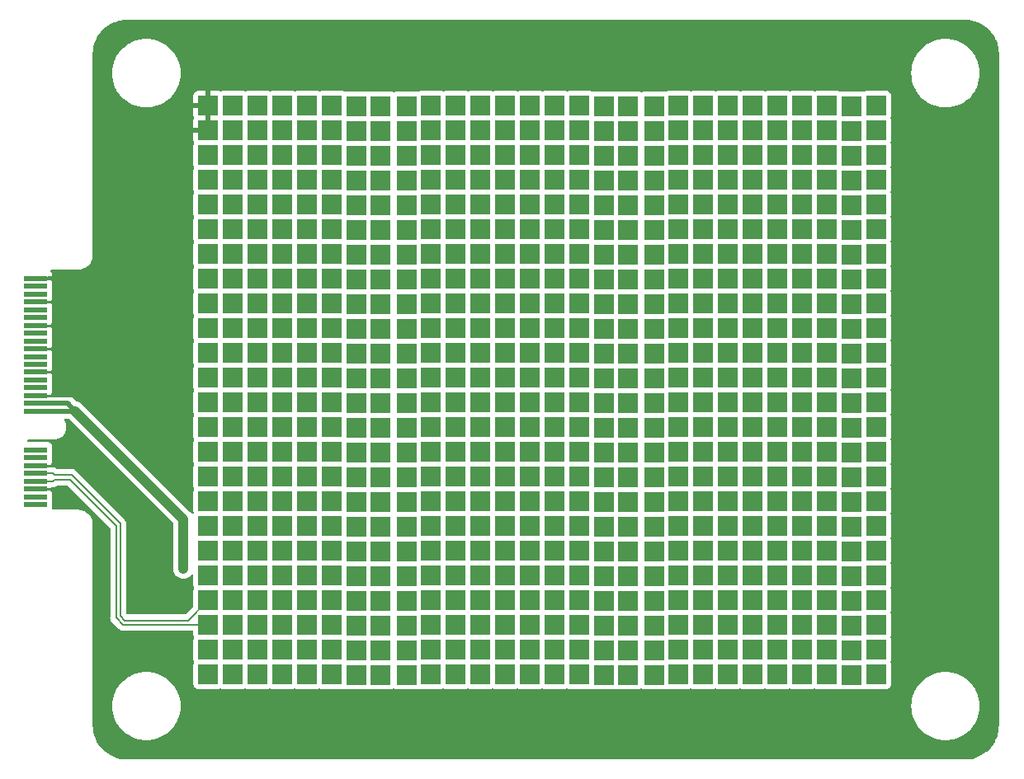
<source format=gbr>
%TF.GenerationSoftware,KiCad,Pcbnew,(6.0.7)*%
%TF.CreationDate,2023-01-04T15:29:54-05:00*%
%TF.ProjectId,PrototypeBoard,50726f74-6f74-4797-9065-426f6172642e,rev?*%
%TF.SameCoordinates,Original*%
%TF.FileFunction,Copper,L2,Bot*%
%TF.FilePolarity,Positive*%
%FSLAX46Y46*%
G04 Gerber Fmt 4.6, Leading zero omitted, Abs format (unit mm)*
G04 Created by KiCad (PCBNEW (6.0.7)) date 2023-01-04 15:29:54*
%MOMM*%
%LPD*%
G01*
G04 APERTURE LIST*
%TA.AperFunction,SMDPad,CuDef*%
%ADD10R,2.350000X0.600000*%
%TD*%
%TA.AperFunction,ComponentPad*%
%ADD11R,2.000000X2.000000*%
%TD*%
%TA.AperFunction,ViaPad*%
%ADD12C,0.800000*%
%TD*%
%TA.AperFunction,Conductor*%
%ADD13C,0.200000*%
%TD*%
%TA.AperFunction,Conductor*%
%ADD14C,0.250000*%
%TD*%
%TA.AperFunction,Conductor*%
%ADD15C,1.016000*%
%TD*%
%TA.AperFunction,Conductor*%
%ADD16C,0.508000*%
%TD*%
G04 APERTURE END LIST*
D10*
%TO.P,J1,1,~{WAKE}*%
%TO.N,/SPK_LP*%
X91539412Y-112109558D03*
%TO.P,J1,3,COEX1*%
%TO.N,/SPK_LN*%
X91539412Y-111309558D03*
%TO.P,J1,5,COEX2*%
%TO.N,GND*%
X91539412Y-110509558D03*
%TO.P,J1,7,~{CLKREQ}*%
%TO.N,/USB3_D_P*%
X91539412Y-109709558D03*
%TO.P,J1,9,GND*%
%TO.N,/USB3_D_N*%
X91539412Y-108909558D03*
%TO.P,J1,11,REF_CLK-*%
%TO.N,GND*%
X91539412Y-108109558D03*
%TO.P,J1,13,REF_CLK+*%
%TO.N,/USB4_D_P*%
X91539412Y-107309558D03*
%TO.P,J1,15,GND*%
%TO.N,/USB4_D_N*%
X91539412Y-106509558D03*
%TO.P,J1,17,UIM_C8_RSV*%
%TO.N,+3.3V*%
X91539412Y-102509558D03*
%TO.P,J1,19,UIM_C4_RSV*%
X91539412Y-101709558D03*
%TO.P,J1,21,GND*%
%TO.N,GND*%
X91539412Y-100909558D03*
%TO.P,J1,23,PERn0*%
%TO.N,/CAM_D3_P*%
X91539412Y-100109558D03*
%TO.P,J1,25,PERp0*%
%TO.N,/CAM_D3_N*%
X91539412Y-99309558D03*
%TO.P,J1,27,GND*%
%TO.N,GND*%
X91539412Y-98509558D03*
%TO.P,J1,29,GND*%
%TO.N,/CAM_D2_P*%
X91539412Y-97709558D03*
%TO.P,J1,31,PETn0*%
%TO.N,/CAM_D2_N*%
X91539412Y-96909558D03*
%TO.P,J1,33,PETp0*%
%TO.N,GND*%
X91539412Y-96109558D03*
%TO.P,J1,35,GND*%
%TO.N,/CAM_C_P*%
X91539412Y-95309558D03*
%TO.P,J1,37,GND*%
%TO.N,/CAM_C_N*%
X91539412Y-94509558D03*
%TO.P,J1,39,+3.3Vaux*%
%TO.N,GND*%
X91539412Y-93709558D03*
%TO.P,J1,41,+3.3Vaux*%
%TO.N,/CAM_D1_P*%
X91539412Y-92909558D03*
%TO.P,J1,43,GND*%
%TO.N,/CAM_D1_N*%
X91539412Y-92109558D03*
%TO.P,J1,45,Reserved*%
%TO.N,GND*%
X91539412Y-91309558D03*
%TO.P,J1,47,Reserved*%
%TO.N,/CAM_D0_P*%
X91539412Y-90509558D03*
%TO.P,J1,49,Reserved*%
%TO.N,/CAM_D0_N*%
X91539412Y-89709558D03*
%TO.P,J1,51,Reserved*%
%TO.N,GND*%
X91539412Y-88909558D03*
%TD*%
D11*
%TO.P,J2,48*%
%TO.N,N/C*%
X177800000Y-71120000D03*
X121920000Y-71120000D03*
X144780000Y-71120000D03*
X165100000Y-71120000D03*
X129621070Y-71174005D03*
X134620000Y-71120000D03*
X139700000Y-71120000D03*
X111760000Y-71120000D03*
X132080000Y-71120000D03*
X114300000Y-71120000D03*
X142240000Y-71120000D03*
X124422847Y-71174005D03*
X147320000Y-71120000D03*
X157480000Y-71120000D03*
X152325695Y-71174005D03*
X126925695Y-71174005D03*
X119380000Y-71120000D03*
X137160000Y-71120000D03*
X162560000Y-71120000D03*
X155021070Y-71174005D03*
X160020000Y-71120000D03*
X149822847Y-71174005D03*
X167640000Y-71120000D03*
X172720000Y-71120000D03*
X170180000Y-71120000D03*
X116840000Y-71120000D03*
X175222847Y-71174005D03*
%TO.P,J2,47*%
X114300000Y-73660000D03*
X124422847Y-73714005D03*
X137160000Y-73660000D03*
X129621070Y-73714005D03*
X126925695Y-73714005D03*
X175222847Y-73714005D03*
X119380000Y-73660000D03*
X155021070Y-73714005D03*
X165100000Y-73660000D03*
X134620000Y-73660000D03*
X111760000Y-73660000D03*
X144780000Y-73660000D03*
X152325695Y-73714005D03*
X121920000Y-73660000D03*
X116840000Y-73660000D03*
X172720000Y-73660000D03*
X132080000Y-73660000D03*
X149822847Y-73714005D03*
X162560000Y-73660000D03*
X170180000Y-73660000D03*
X142240000Y-73660000D03*
X139700000Y-73660000D03*
X157480000Y-73660000D03*
X177800000Y-73660000D03*
X147320000Y-73660000D03*
X160020000Y-73660000D03*
X167640000Y-73660000D03*
%TO.P,J2,46*%
X144780000Y-76200000D03*
X121920000Y-76200000D03*
X119380000Y-76200000D03*
X134620000Y-76200000D03*
X175222847Y-76254005D03*
X129621070Y-76254005D03*
X142240000Y-76200000D03*
X170180000Y-76200000D03*
X172720000Y-76200000D03*
X177800000Y-76200000D03*
X139700000Y-76200000D03*
X137160000Y-76200000D03*
X116840000Y-76200000D03*
X149822847Y-76254005D03*
X132080000Y-76200000D03*
X165100000Y-76200000D03*
X162560000Y-76200000D03*
X147320000Y-76200000D03*
X124422847Y-76254005D03*
X114300000Y-76200000D03*
X152325695Y-76254005D03*
X111760000Y-76200000D03*
X167640000Y-76200000D03*
X126925695Y-76254005D03*
X157480000Y-76200000D03*
X160020000Y-76200000D03*
X155021070Y-76254005D03*
%TO.P,J2,45*%
X114300000Y-78740000D03*
X142240000Y-78740000D03*
X129621070Y-78794005D03*
X149822847Y-78794005D03*
X170180000Y-78740000D03*
X147320000Y-78740000D03*
X165100000Y-78740000D03*
X116840000Y-78740000D03*
X139700000Y-78740000D03*
X172720000Y-78740000D03*
X155021070Y-78794005D03*
X132080000Y-78740000D03*
X177800000Y-78740000D03*
X134620000Y-78740000D03*
X126925695Y-78794005D03*
X157480000Y-78740000D03*
X137160000Y-78740000D03*
X167640000Y-78740000D03*
X175222847Y-78794005D03*
X144780000Y-78740000D03*
X119380000Y-78740000D03*
X121920000Y-78740000D03*
X160020000Y-78740000D03*
X162560000Y-78740000D03*
X111760000Y-78740000D03*
X124422847Y-78794005D03*
X152325695Y-78794005D03*
%TO.P,J2,44*%
X114300000Y-81280000D03*
X157480000Y-81280000D03*
X149822847Y-81334005D03*
X124422847Y-81334005D03*
X167640000Y-81280000D03*
X175222847Y-81334005D03*
X126925695Y-81334005D03*
X134620000Y-81280000D03*
X162560000Y-81280000D03*
X155021070Y-81334005D03*
X147320000Y-81280000D03*
X132080000Y-81280000D03*
X119380000Y-81280000D03*
X144780000Y-81280000D03*
X121920000Y-81280000D03*
X177800000Y-81280000D03*
X165100000Y-81280000D03*
X116840000Y-81280000D03*
X152325695Y-81334005D03*
X111760000Y-81280000D03*
X129621070Y-81334005D03*
X142240000Y-81280000D03*
X139700000Y-81280000D03*
X137160000Y-81280000D03*
X160020000Y-81280000D03*
X172720000Y-81280000D03*
X170180000Y-81280000D03*
%TO.P,J2,43*%
X116840000Y-83820000D03*
X157480000Y-83820000D03*
X137160000Y-83820000D03*
X132080000Y-83820000D03*
X167640000Y-83820000D03*
X170180000Y-83820000D03*
X142240000Y-83820000D03*
X165100000Y-83820000D03*
X155021070Y-83874005D03*
X162560000Y-83820000D03*
X111760000Y-83820000D03*
X175222847Y-83874005D03*
X139700000Y-83820000D03*
X144780000Y-83820000D03*
X114300000Y-83820000D03*
X152325695Y-83874005D03*
X124422847Y-83874005D03*
X160020000Y-83820000D03*
X129621070Y-83874005D03*
X121920000Y-83820000D03*
X172720000Y-83820000D03*
X134620000Y-83820000D03*
X126925695Y-83874005D03*
X119380000Y-83820000D03*
X177800000Y-83820000D03*
X147320000Y-83820000D03*
X149822847Y-83874005D03*
%TO.P,J2,42*%
X172720000Y-86360000D03*
X137160000Y-86360000D03*
X149822847Y-86414005D03*
X114300000Y-86360000D03*
X167640000Y-86360000D03*
X175222847Y-86414005D03*
X160020000Y-86360000D03*
X177800000Y-86360000D03*
X170180000Y-86360000D03*
X119380000Y-86360000D03*
X132080000Y-86360000D03*
X142240000Y-86360000D03*
X155021070Y-86414005D03*
X152325695Y-86414005D03*
X162560000Y-86360000D03*
X121920000Y-86360000D03*
X116840000Y-86360000D03*
X129621070Y-86414005D03*
X144780000Y-86360000D03*
X157480000Y-86360000D03*
X126925695Y-86414005D03*
X111760000Y-86360000D03*
X147320000Y-86360000D03*
X124422847Y-86414005D03*
X165100000Y-86360000D03*
X139700000Y-86360000D03*
X134620000Y-86360000D03*
%TO.P,J2,41*%
X157480000Y-88900000D03*
X119380000Y-88900000D03*
X134620000Y-88900000D03*
X172720000Y-88900000D03*
X170180000Y-88900000D03*
X111760000Y-88900000D03*
X142240000Y-88900000D03*
X124422847Y-88954005D03*
X116840000Y-88900000D03*
X165100000Y-88900000D03*
X137160000Y-88900000D03*
X162560000Y-88900000D03*
X139700000Y-88900000D03*
X152325695Y-88954005D03*
X175222847Y-88954005D03*
X114300000Y-88900000D03*
X121920000Y-88900000D03*
X149822847Y-88954005D03*
X126925695Y-88954005D03*
X132080000Y-88900000D03*
X129621070Y-88954005D03*
X167640000Y-88900000D03*
X177800000Y-88900000D03*
X144780000Y-88900000D03*
X160020000Y-88900000D03*
X147320000Y-88900000D03*
X155021070Y-88954005D03*
%TO.P,J2,40*%
X152325695Y-91494005D03*
X116840000Y-91440000D03*
X147320000Y-91440000D03*
X111760000Y-91440000D03*
X162560000Y-91440000D03*
X142240000Y-91440000D03*
X157480000Y-91440000D03*
X155021070Y-91494005D03*
X167640000Y-91440000D03*
X119380000Y-91440000D03*
X139700000Y-91440000D03*
X175222847Y-91494005D03*
X132080000Y-91440000D03*
X177800000Y-91440000D03*
X172720000Y-91440000D03*
X170180000Y-91440000D03*
X137160000Y-91440000D03*
X121920000Y-91440000D03*
X114300000Y-91440000D03*
X144780000Y-91440000D03*
X149822847Y-91494005D03*
X134620000Y-91440000D03*
X126925695Y-91494005D03*
X160020000Y-91440000D03*
X124422847Y-91494005D03*
X165100000Y-91440000D03*
X129621070Y-91494005D03*
%TO.P,J2,39*%
X172720000Y-93980000D03*
X165100000Y-93980000D03*
X170180000Y-93980000D03*
X177800000Y-93980000D03*
X114300000Y-93980000D03*
X124422847Y-94034005D03*
X121920000Y-93980000D03*
X116840000Y-93980000D03*
X129621070Y-94034005D03*
X119380000Y-93980000D03*
X139700000Y-93980000D03*
X152325695Y-94034005D03*
X160020000Y-93980000D03*
X167640000Y-93980000D03*
X144780000Y-93980000D03*
X175222847Y-94034005D03*
X162560000Y-93980000D03*
X142240000Y-93980000D03*
X155021070Y-94034005D03*
X132080000Y-93980000D03*
X137160000Y-93980000D03*
X157480000Y-93980000D03*
X111760000Y-93980000D03*
X149822847Y-94034005D03*
X126925695Y-94034005D03*
X147320000Y-93980000D03*
X134620000Y-93980000D03*
%TO.P,J2,38*%
X167640000Y-96520000D03*
X157480000Y-96520000D03*
X152325695Y-96574005D03*
X177800000Y-96520000D03*
X121920000Y-96520000D03*
X172720000Y-96520000D03*
X129621070Y-96574005D03*
X144780000Y-96520000D03*
X134620000Y-96520000D03*
X116840000Y-96520000D03*
X124422847Y-96574005D03*
X160020000Y-96520000D03*
X119380000Y-96520000D03*
X170180000Y-96520000D03*
X137160000Y-96520000D03*
X149822847Y-96574005D03*
X155021070Y-96574005D03*
X175222847Y-96574005D03*
X111760000Y-96520000D03*
X114300000Y-96520000D03*
X162560000Y-96520000D03*
X139700000Y-96520000D03*
X132080000Y-96520000D03*
X165100000Y-96520000D03*
X147320000Y-96520000D03*
X126925695Y-96574005D03*
X142240000Y-96520000D03*
%TO.P,J2,37*%
X149822847Y-99114005D03*
X157480000Y-99060000D03*
X162560000Y-99060000D03*
X116840000Y-99060000D03*
X172720000Y-99060000D03*
X155021070Y-99114005D03*
X121920000Y-99060000D03*
X137160000Y-99060000D03*
X147320000Y-99060000D03*
X111760000Y-99060000D03*
X152325695Y-99114005D03*
X114300000Y-99060000D03*
X129621070Y-99114005D03*
X139700000Y-99060000D03*
X177800000Y-99060000D03*
X132080000Y-99060000D03*
X167640000Y-99060000D03*
X142240000Y-99060000D03*
X144780000Y-99060000D03*
X124422847Y-99114005D03*
X175222847Y-99114005D03*
X134620000Y-99060000D03*
X119380000Y-99060000D03*
X126925695Y-99114005D03*
X165100000Y-99060000D03*
X160020000Y-99060000D03*
X170180000Y-99060000D03*
%TO.P,J2,36*%
X111760000Y-101600000D03*
X149822847Y-101654005D03*
X132080000Y-101600000D03*
X126925695Y-101654005D03*
X121920000Y-101600000D03*
X142240000Y-101600000D03*
X157480000Y-101600000D03*
X165100000Y-101600000D03*
X134620000Y-101600000D03*
X124422847Y-101654005D03*
X175222847Y-101654005D03*
X162560000Y-101600000D03*
X116840000Y-101600000D03*
X137160000Y-101600000D03*
X129621070Y-101654005D03*
X172720000Y-101600000D03*
X155021070Y-101654005D03*
X160020000Y-101600000D03*
X177800000Y-101600000D03*
X167640000Y-101600000D03*
X147320000Y-101600000D03*
X114300000Y-101600000D03*
X152325695Y-101654005D03*
X170180000Y-101600000D03*
X119380000Y-101600000D03*
X139700000Y-101600000D03*
X144780000Y-101600000D03*
%TO.P,J2,35*%
X114300000Y-104140000D03*
X126925695Y-104194005D03*
X152325695Y-104194005D03*
X165100000Y-104140000D03*
X134620000Y-104140000D03*
X119380000Y-104140000D03*
X155021070Y-104194005D03*
X111760000Y-104140000D03*
X177800000Y-104140000D03*
X147320000Y-104140000D03*
X175222847Y-104194005D03*
X129621070Y-104194005D03*
X144780000Y-104140000D03*
X121920000Y-104140000D03*
X149822847Y-104194005D03*
X137160000Y-104140000D03*
X160020000Y-104140000D03*
X170180000Y-104140000D03*
X167640000Y-104140000D03*
X139700000Y-104140000D03*
X142240000Y-104140000D03*
X124422847Y-104194005D03*
X162560000Y-104140000D03*
X157480000Y-104140000D03*
X172720000Y-104140000D03*
X132080000Y-104140000D03*
X116840000Y-104140000D03*
%TO.P,J2,34*%
X175222847Y-106734005D03*
X139700000Y-106680000D03*
X134620000Y-106680000D03*
X126925695Y-106734005D03*
X111760000Y-106680000D03*
X147320000Y-106680000D03*
X124422847Y-106734005D03*
X116840000Y-106680000D03*
X160020000Y-106680000D03*
X144780000Y-106680000D03*
X132080000Y-106680000D03*
X155021070Y-106734005D03*
X162560000Y-106680000D03*
X119380000Y-106680000D03*
X167640000Y-106680000D03*
X165100000Y-106680000D03*
X137160000Y-106680000D03*
X177800000Y-106680000D03*
X114300000Y-106680000D03*
X152325695Y-106734005D03*
X172720000Y-106680000D03*
X157480000Y-106680000D03*
X170180000Y-106680000D03*
X129621070Y-106734005D03*
X121920000Y-106680000D03*
X149822847Y-106734005D03*
X142240000Y-106680000D03*
%TO.P,J2,33*%
X124422847Y-109274005D03*
X137160000Y-109220000D03*
X111760000Y-109220000D03*
X129621070Y-109274005D03*
X119380000Y-109220000D03*
X175222847Y-109274005D03*
X160020000Y-109220000D03*
X149822847Y-109274005D03*
X126925695Y-109274005D03*
X144780000Y-109220000D03*
X116840000Y-109220000D03*
X121920000Y-109220000D03*
X157480000Y-109220000D03*
X142240000Y-109220000D03*
X114300000Y-109220000D03*
X139700000Y-109220000D03*
X147320000Y-109220000D03*
X172720000Y-109220000D03*
X165100000Y-109220000D03*
X162560000Y-109220000D03*
X152325695Y-109274005D03*
X132080000Y-109220000D03*
X134620000Y-109220000D03*
X155021070Y-109274005D03*
X170180000Y-109220000D03*
X177800000Y-109220000D03*
X167640000Y-109220000D03*
%TO.P,J2,32*%
X162560000Y-111760000D03*
X126925695Y-111814005D03*
X132080000Y-111760000D03*
X157480000Y-111760000D03*
X155021070Y-111814005D03*
X134620000Y-111760000D03*
X175222847Y-111814005D03*
X160020000Y-111760000D03*
X139700000Y-111760000D03*
X116840000Y-111760000D03*
X121920000Y-111760000D03*
X152325695Y-111814005D03*
X142240000Y-111760000D03*
X167640000Y-111760000D03*
X165100000Y-111760000D03*
X129621070Y-111814005D03*
X137160000Y-111760000D03*
X170180000Y-111760000D03*
X124422847Y-111814005D03*
X119380000Y-111760000D03*
X147320000Y-111760000D03*
X172720000Y-111760000D03*
X177800000Y-111760000D03*
X111760000Y-111760000D03*
X114300000Y-111760000D03*
X144780000Y-111760000D03*
X149822847Y-111814005D03*
%TO.P,J2,31*%
X172720000Y-114300000D03*
X111760000Y-114300000D03*
X121920000Y-114300000D03*
X119380000Y-114300000D03*
X157480000Y-114300000D03*
X167640000Y-114300000D03*
X162560000Y-114300000D03*
X155021070Y-114354005D03*
X147320000Y-114300000D03*
X144780000Y-114300000D03*
X137160000Y-114300000D03*
X126925695Y-114354005D03*
X142240000Y-114300000D03*
X124422847Y-114354005D03*
X114300000Y-114300000D03*
X175222847Y-114354005D03*
X177800000Y-114300000D03*
X134620000Y-114300000D03*
X132080000Y-114300000D03*
X152325695Y-114354005D03*
X129621070Y-114354005D03*
X139700000Y-114300000D03*
X165100000Y-114300000D03*
X170180000Y-114300000D03*
X116840000Y-114300000D03*
X149822847Y-114354005D03*
X160020000Y-114300000D03*
%TO.P,J2,30*%
X149822847Y-116894005D03*
X142240000Y-116840000D03*
X116840000Y-116840000D03*
X155021070Y-116894005D03*
X126925695Y-116894005D03*
X129621070Y-116894005D03*
X137160000Y-116840000D03*
X132080000Y-116840000D03*
X139700000Y-116840000D03*
X152325695Y-116894005D03*
X160020000Y-116840000D03*
X114300000Y-116840000D03*
X144780000Y-116840000D03*
X119380000Y-116840000D03*
X170180000Y-116840000D03*
X124422847Y-116894005D03*
X121920000Y-116840000D03*
X162560000Y-116840000D03*
X157480000Y-116840000D03*
X172720000Y-116840000D03*
X111760000Y-116840000D03*
X177800000Y-116840000D03*
X147320000Y-116840000D03*
X134620000Y-116840000D03*
X175222847Y-116894005D03*
X165100000Y-116840000D03*
X167640000Y-116840000D03*
%TO.P,J2,29*%
X132080000Y-119380000D03*
X157480000Y-119380000D03*
X172720000Y-119380000D03*
X124422847Y-119434005D03*
X111760000Y-119380000D03*
X129621070Y-119434005D03*
X152325695Y-119434005D03*
X134620000Y-119380000D03*
X177800000Y-119380000D03*
X139700000Y-119380000D03*
X149822847Y-119434005D03*
X147320000Y-119380000D03*
X160020000Y-119380000D03*
X167640000Y-119380000D03*
X126925695Y-119434005D03*
X137160000Y-119380000D03*
X114300000Y-119380000D03*
X119380000Y-119380000D03*
X170180000Y-119380000D03*
X116840000Y-119380000D03*
X162560000Y-119380000D03*
X144780000Y-119380000D03*
X155021070Y-119434005D03*
X175222847Y-119434005D03*
X142240000Y-119380000D03*
X121920000Y-119380000D03*
X165100000Y-119380000D03*
%TO.P,J2,28*%
X172720000Y-121920000D03*
X152325695Y-121974005D03*
X157480000Y-121920000D03*
X147320000Y-121920000D03*
X139700000Y-121920000D03*
X149822847Y-121974005D03*
X134620000Y-121920000D03*
X114300000Y-121920000D03*
X175222847Y-121974005D03*
X162560000Y-121920000D03*
X137160000Y-121920000D03*
X142240000Y-121920000D03*
X170180000Y-121920000D03*
X124422847Y-121974005D03*
X160020000Y-121920000D03*
X116840000Y-121920000D03*
X167640000Y-121920000D03*
X165100000Y-121920000D03*
X132080000Y-121920000D03*
X129621070Y-121974005D03*
X144780000Y-121920000D03*
X111760000Y-121920000D03*
X126925695Y-121974005D03*
X155021070Y-121974005D03*
X121920000Y-121920000D03*
X177800000Y-121920000D03*
X119380000Y-121920000D03*
%TO.P,J2,27*%
X152325695Y-124514005D03*
X139700000Y-124460000D03*
X167640000Y-124460000D03*
X165100000Y-124460000D03*
X157480000Y-124460000D03*
X124422847Y-124514005D03*
X111760000Y-124460000D03*
X177800000Y-124460000D03*
X144780000Y-124460000D03*
X121920000Y-124460000D03*
X137160000Y-124460000D03*
X170180000Y-124460000D03*
X155021070Y-124514005D03*
X175222847Y-124514005D03*
X147320000Y-124460000D03*
X126925695Y-124514005D03*
X162560000Y-124460000D03*
X132080000Y-124460000D03*
X149822847Y-124514005D03*
X172720000Y-124460000D03*
X160020000Y-124460000D03*
X116840000Y-124460000D03*
X114300000Y-124460000D03*
X142240000Y-124460000D03*
X119380000Y-124460000D03*
X129621070Y-124514005D03*
X134620000Y-124460000D03*
%TO.P,J2,26*%
X170180000Y-127000000D03*
X165100000Y-127000000D03*
X162560000Y-127000000D03*
X114300000Y-127000000D03*
X132080000Y-127000000D03*
X134620000Y-127000000D03*
X177800000Y-127000000D03*
X129621070Y-127054005D03*
X121920000Y-127000000D03*
X160020000Y-127000000D03*
X172720000Y-127000000D03*
X149822847Y-127054005D03*
X137160000Y-127000000D03*
X157480000Y-127000000D03*
X116840000Y-127000000D03*
X155021070Y-127054005D03*
X147320000Y-127000000D03*
X139700000Y-127000000D03*
X142240000Y-127000000D03*
X124422847Y-127054005D03*
X175222847Y-127054005D03*
X126925695Y-127054005D03*
X111760000Y-127000000D03*
X152325695Y-127054005D03*
X167640000Y-127000000D03*
X119380000Y-127000000D03*
X144780000Y-127000000D03*
%TO.P,J2,25*%
X124422847Y-129594005D03*
X114300000Y-129540000D03*
X177800000Y-129540000D03*
X111760000Y-129540000D03*
X129621070Y-129594005D03*
X116840000Y-129540000D03*
X170180000Y-129540000D03*
X175222847Y-129594005D03*
X165100000Y-129540000D03*
X157480000Y-129540000D03*
X162560000Y-129540000D03*
X137160000Y-129540000D03*
X147320000Y-129540000D03*
X139700000Y-129540000D03*
X167640000Y-129540000D03*
X126925695Y-129594005D03*
X172720000Y-129540000D03*
X152325695Y-129594005D03*
X149822847Y-129594005D03*
X144780000Y-129540000D03*
X119380000Y-129540000D03*
X121920000Y-129540000D03*
X160020000Y-129540000D03*
X132080000Y-129540000D03*
X134620000Y-129540000D03*
X142240000Y-129540000D03*
X155021070Y-129594005D03*
%TO.P,J2,24,Pin_24*%
%TO.N,GND*%
X109220000Y-71120000D03*
%TO.P,J2,23,Pin_23*%
X109220000Y-73660000D03*
%TO.P,J2,22,Pin_22*%
%TO.N,/IO45*%
X109220000Y-76200000D03*
%TO.P,J2,21,Pin_21*%
%TO.N,/IO44*%
X109220000Y-78740000D03*
%TO.P,J2,20,Pin_20*%
%TO.N,/IO43*%
X109220000Y-81280000D03*
%TO.P,J2,19,Pin_19*%
%TO.N,/IO42*%
X109220000Y-83820000D03*
%TO.P,J2,18,Pin_18*%
%TO.N,/IO41*%
X109220000Y-86360000D03*
%TO.P,J2,17,Pin_17*%
%TO.N,/IO40*%
X109220000Y-88900000D03*
%TO.P,J2,16,Pin_16*%
%TO.N,/IO39*%
X109220000Y-91440000D03*
%TO.P,J2,15,Pin_15*%
%TO.N,/IO38*%
X109220000Y-93980000D03*
%TO.P,J2,14,Pin_14*%
%TO.N,/IO37*%
X109220000Y-96520000D03*
%TO.P,J2,13,Pin_13*%
%TO.N,/IO36*%
X109220000Y-99060000D03*
%TO.P,J2,12,Pin_12*%
%TO.N,/IO35*%
X109220000Y-101600000D03*
%TO.P,J2,11,Pin_11*%
%TO.N,/IO34*%
X109220000Y-104140000D03*
%TO.P,J2,10,Pin_10*%
%TO.N,/IO33*%
X109220000Y-106680000D03*
%TO.P,J2,9,Pin_9*%
%TO.N,/IO32*%
X109220000Y-109220000D03*
%TO.P,J2,8,Pin_8*%
%TO.N,/IO31*%
X109220000Y-111760000D03*
%TO.P,J2,7,Pin_7*%
%TO.N,/IO30*%
X109220000Y-114300000D03*
%TO.P,J2,6,Pin_6*%
%TO.N,/IO29*%
X109220000Y-116840000D03*
%TO.P,J2,5,Pin_5*%
%TO.N,/IO28*%
X109220000Y-119380000D03*
%TO.P,J2,4,Pin_4*%
%TO.N,/USB3_D_N*%
X109220000Y-121920000D03*
%TO.P,J2,3,Pin_3*%
%TO.N,/USB3_D_P*%
X109220000Y-124460000D03*
%TO.P,J2,2,Pin_2*%
%TO.N,+3.3V*%
X109220000Y-127000000D03*
%TO.P,J2,1,Pin_1*%
%TO.N,+5V*%
X109220000Y-129540000D03*
%TD*%
D12*
%TO.N,GND*%
X94335600Y-106629200D03*
X102489000Y-118821200D03*
X103708200Y-112725200D03*
X98475800Y-115417600D03*
X94615000Y-112090200D03*
X95681800Y-107721400D03*
%TO.N,+3.3V*%
X106680000Y-118719600D03*
%TD*%
D13*
%TO.N,/USB3_D_P*%
X100494400Y-124460000D02*
X109220000Y-124460000D01*
X99774800Y-123740400D02*
X100494400Y-124460000D01*
X99774800Y-114266200D02*
X99774800Y-123740400D01*
%TO.N,/USB3_D_N*%
X107130001Y-124009999D02*
X109220000Y-121920000D01*
%TO.N,/USB3_D_P*%
X95043158Y-109534558D02*
X99774800Y-114266200D01*
%TO.N,/USB3_D_N*%
X100680799Y-124009999D02*
X107130001Y-124009999D01*
%TO.N,/USB3_D_P*%
X93301913Y-109709558D02*
X93476913Y-109534558D01*
X93476913Y-109534558D02*
X95043158Y-109534558D01*
%TO.N,/USB3_D_N*%
X100224800Y-123554000D02*
X100680799Y-124009999D01*
%TO.N,/USB3_D_P*%
X91539412Y-109709558D02*
X93301913Y-109709558D01*
%TO.N,/USB3_D_N*%
X100224800Y-114079800D02*
X100224800Y-123554000D01*
X95229558Y-109084558D02*
X100224800Y-114079800D01*
D14*
%TO.N,GND*%
X95293642Y-108109558D02*
X95681800Y-107721400D01*
X91539412Y-108109558D02*
X95293642Y-108109558D01*
X93034358Y-110509558D02*
X94615000Y-112090200D01*
X91539412Y-110509558D02*
X93034358Y-110509558D01*
X97058042Y-100909558D02*
X97155000Y-100812600D01*
X91539412Y-100909558D02*
X97058042Y-100909558D01*
X91539412Y-98509558D02*
X95893358Y-98509558D01*
X95893358Y-98509558D02*
X95986600Y-98602800D01*
X95347558Y-96109558D02*
X95580200Y-96342200D01*
X91539412Y-96109558D02*
X95347558Y-96109558D01*
X95436758Y-93709558D02*
X95554800Y-93827600D01*
X91539412Y-93709558D02*
X95436758Y-93709558D01*
X95431242Y-91309558D02*
X95605600Y-91135200D01*
X91539412Y-91309558D02*
X95431242Y-91309558D01*
X91539412Y-88909558D02*
X95056358Y-88909558D01*
D15*
%TO.N,+3.3V*%
X106680000Y-113614200D02*
X106680000Y-118719600D01*
X95575358Y-102509558D02*
X106680000Y-113614200D01*
D16*
X95575358Y-102509558D02*
X94775358Y-101709558D01*
X91539412Y-102509558D02*
X95575358Y-102509558D01*
X94775358Y-101709558D02*
X91539412Y-101709558D01*
D13*
%TO.N,/USB3_D_N*%
X91539412Y-108909558D02*
X93301913Y-108909558D01*
X93301913Y-108909558D02*
X93476913Y-109084558D01*
X93476913Y-109084558D02*
X95229558Y-109084558D01*
%TD*%
%TA.AperFunction,Conductor*%
%TO.N,GND*%
G36*
X186840116Y-62313280D02*
G01*
X186863825Y-62316971D01*
X186878991Y-62314987D01*
X186883179Y-62314440D01*
X186905697Y-62313528D01*
X186952094Y-62315806D01*
X187206138Y-62328279D01*
X187218438Y-62329490D01*
X187381791Y-62353717D01*
X187545139Y-62377944D01*
X187557266Y-62380357D01*
X187877617Y-62460595D01*
X187889451Y-62464184D01*
X188200409Y-62575442D01*
X188211831Y-62580173D01*
X188510389Y-62721378D01*
X188521289Y-62727204D01*
X188804558Y-62896987D01*
X188814840Y-62903857D01*
X189080105Y-63100592D01*
X189089664Y-63108437D01*
X189334361Y-63330220D01*
X189343104Y-63338963D01*
X189564899Y-63583679D01*
X189572737Y-63593230D01*
X189769470Y-63858501D01*
X189776340Y-63868783D01*
X189946119Y-64152054D01*
X189951945Y-64162954D01*
X190093151Y-64461525D01*
X190097875Y-64472931D01*
X190209131Y-64783897D01*
X190212720Y-64795730D01*
X190254620Y-64963027D01*
X190292954Y-65116088D01*
X190295365Y-65128210D01*
X190304571Y-65190286D01*
X190343815Y-65454908D01*
X190345026Y-65467215D01*
X190359425Y-65760562D01*
X190358076Y-65786130D01*
X190356387Y-65796974D01*
X190357551Y-65805878D01*
X190360515Y-65828552D01*
X190361578Y-65844884D01*
X190361578Y-134753764D01*
X190360078Y-134773150D01*
X190356387Y-134796854D01*
X190357551Y-134805757D01*
X190357551Y-134805759D01*
X190358917Y-134816208D01*
X190359829Y-134838724D01*
X190349079Y-135057509D01*
X190345067Y-135139174D01*
X190343855Y-135151477D01*
X190304598Y-135416120D01*
X190295394Y-135478164D01*
X190292984Y-135490282D01*
X190254112Y-135645465D01*
X190212731Y-135810664D01*
X190209141Y-135822497D01*
X190097884Y-136133436D01*
X190093153Y-136144859D01*
X189951944Y-136443422D01*
X189946115Y-136454327D01*
X189776330Y-136737596D01*
X189769461Y-136747876D01*
X189572720Y-137013155D01*
X189564885Y-137022702D01*
X189531506Y-137059531D01*
X189343091Y-137267416D01*
X189334348Y-137276159D01*
X189089641Y-137497952D01*
X189080083Y-137505796D01*
X188814821Y-137702532D01*
X188804540Y-137709402D01*
X188521297Y-137879176D01*
X188521265Y-137879195D01*
X188510363Y-137885022D01*
X188211806Y-138026234D01*
X188200394Y-138030962D01*
X187889422Y-138142234D01*
X187877617Y-138145816D01*
X187557234Y-138226073D01*
X187545118Y-138228483D01*
X187349982Y-138257433D01*
X187218420Y-138276950D01*
X187206120Y-138278162D01*
X187116332Y-138282575D01*
X186913297Y-138292554D01*
X186887728Y-138291206D01*
X186885226Y-138290816D01*
X186885220Y-138290816D01*
X186876351Y-138289435D01*
X186848129Y-138293126D01*
X186844795Y-138293562D01*
X186828455Y-138294626D01*
X100919370Y-138294626D01*
X100899985Y-138293126D01*
X100885152Y-138290816D01*
X100885148Y-138290816D01*
X100876279Y-138289435D01*
X100856924Y-138291966D01*
X100834410Y-138292878D01*
X100533952Y-138278117D01*
X100521660Y-138276907D01*
X100384137Y-138256508D01*
X100194969Y-138228447D01*
X100182842Y-138226035D01*
X99862481Y-138145790D01*
X99850648Y-138142201D01*
X99695166Y-138086569D01*
X99539681Y-138030936D01*
X99528261Y-138026205D01*
X99229715Y-137885005D01*
X99218809Y-137879176D01*
X98935536Y-137709389D01*
X98925256Y-137702520D01*
X98659978Y-137505779D01*
X98650419Y-137497934D01*
X98405716Y-137276149D01*
X98396973Y-137267406D01*
X98175183Y-137022702D01*
X98167338Y-137013144D01*
X97970589Y-136747860D01*
X97963731Y-136737596D01*
X97793940Y-136454320D01*
X97788113Y-136443418D01*
X97691991Y-136240189D01*
X97646902Y-136144859D01*
X97642173Y-136133442D01*
X97530912Y-135822492D01*
X97527322Y-135810659D01*
X97447071Y-135490290D01*
X97444659Y-135478163D01*
X97410887Y-135250501D01*
X97396197Y-135151476D01*
X97394985Y-135139173D01*
X97390973Y-135057509D01*
X97380594Y-134846276D01*
X97381941Y-134820721D01*
X97383703Y-134809406D01*
X97382539Y-134800505D01*
X97382539Y-134800501D01*
X97379576Y-134777847D01*
X97378512Y-134761509D01*
X97378512Y-132803138D01*
X99356691Y-132803138D01*
X99375937Y-133170379D01*
X99433465Y-133533596D01*
X99528645Y-133888810D01*
X99660433Y-134232130D01*
X99661931Y-134235070D01*
X99801344Y-134508683D01*
X99827385Y-134559792D01*
X100027673Y-134868209D01*
X100259103Y-135154001D01*
X100519137Y-135414035D01*
X100804929Y-135645465D01*
X101113345Y-135845753D01*
X101441008Y-136012705D01*
X101650784Y-136093230D01*
X101770727Y-136139272D01*
X101784328Y-136144493D01*
X102139542Y-136239673D01*
X102332524Y-136270238D01*
X102499511Y-136296687D01*
X102499519Y-136296688D01*
X102502759Y-136297201D01*
X102870000Y-136316447D01*
X103237241Y-136297201D01*
X103240481Y-136296688D01*
X103240489Y-136296687D01*
X103407476Y-136270238D01*
X103600458Y-136239673D01*
X103955672Y-136144493D01*
X103969274Y-136139272D01*
X104089216Y-136093230D01*
X104298992Y-136012705D01*
X104626655Y-135845753D01*
X104935071Y-135645465D01*
X105220863Y-135414035D01*
X105480897Y-135154001D01*
X105712327Y-134868209D01*
X105912615Y-134559792D01*
X105938657Y-134508683D01*
X106078069Y-134235070D01*
X106079567Y-134232130D01*
X106211355Y-133888810D01*
X106306535Y-133533596D01*
X106364063Y-133170379D01*
X106383309Y-132803138D01*
X181356781Y-132803138D01*
X181376027Y-133170379D01*
X181433555Y-133533596D01*
X181528735Y-133888810D01*
X181660523Y-134232130D01*
X181662021Y-134235070D01*
X181801434Y-134508683D01*
X181827475Y-134559792D01*
X182027763Y-134868209D01*
X182259193Y-135154001D01*
X182519227Y-135414035D01*
X182805019Y-135645465D01*
X183113435Y-135845753D01*
X183441098Y-136012705D01*
X183650874Y-136093230D01*
X183770817Y-136139272D01*
X183784418Y-136144493D01*
X184139632Y-136239673D01*
X184332614Y-136270238D01*
X184499601Y-136296687D01*
X184499609Y-136296688D01*
X184502849Y-136297201D01*
X184870090Y-136316447D01*
X185237331Y-136297201D01*
X185240571Y-136296688D01*
X185240579Y-136296687D01*
X185407566Y-136270238D01*
X185600548Y-136239673D01*
X185955762Y-136144493D01*
X185969364Y-136139272D01*
X186089306Y-136093230D01*
X186299082Y-136012705D01*
X186626745Y-135845753D01*
X186935161Y-135645465D01*
X187220953Y-135414035D01*
X187480987Y-135154001D01*
X187712417Y-134868209D01*
X187912705Y-134559792D01*
X187938747Y-134508683D01*
X188078159Y-134235070D01*
X188079657Y-134232130D01*
X188211445Y-133888810D01*
X188306625Y-133533596D01*
X188364153Y-133170379D01*
X188383399Y-132803138D01*
X188364153Y-132435897D01*
X188306625Y-132072680D01*
X188211445Y-131717466D01*
X188079657Y-131374146D01*
X188061584Y-131338675D01*
X187914204Y-131049425D01*
X187914200Y-131049418D01*
X187912705Y-131046484D01*
X187910182Y-131042598D01*
X187714219Y-130740842D01*
X187712417Y-130738067D01*
X187480987Y-130452275D01*
X187220953Y-130192241D01*
X186935161Y-129960811D01*
X186626745Y-129760523D01*
X186299082Y-129593571D01*
X185955762Y-129461783D01*
X185600548Y-129366603D01*
X185407566Y-129336038D01*
X185240579Y-129309589D01*
X185240571Y-129309588D01*
X185237331Y-129309075D01*
X184870090Y-129289829D01*
X184502849Y-129309075D01*
X184499609Y-129309588D01*
X184499601Y-129309589D01*
X184332614Y-129336038D01*
X184139632Y-129366603D01*
X183784418Y-129461783D01*
X183441098Y-129593571D01*
X183438158Y-129595069D01*
X183116377Y-129759024D01*
X183116374Y-129759026D01*
X183113436Y-129760523D01*
X183110670Y-129762319D01*
X183110667Y-129762321D01*
X182908568Y-129893566D01*
X182805019Y-129960811D01*
X182519227Y-130192241D01*
X182259193Y-130452275D01*
X182027763Y-130738067D01*
X182025961Y-130740842D01*
X181829999Y-131042598D01*
X181827475Y-131046484D01*
X181825980Y-131049418D01*
X181825976Y-131049425D01*
X181678596Y-131338675D01*
X181660523Y-131374146D01*
X181528735Y-131717466D01*
X181433555Y-132072680D01*
X181376027Y-132435897D01*
X181356781Y-132803138D01*
X106383309Y-132803138D01*
X106364063Y-132435897D01*
X106306535Y-132072680D01*
X106211355Y-131717466D01*
X106079567Y-131374146D01*
X106061494Y-131338675D01*
X105914114Y-131049425D01*
X105914110Y-131049418D01*
X105912615Y-131046484D01*
X105910092Y-131042598D01*
X105714129Y-130740842D01*
X105712327Y-130738067D01*
X105480897Y-130452275D01*
X105220863Y-130192241D01*
X104935071Y-129960811D01*
X104626655Y-129760523D01*
X104298992Y-129593571D01*
X103955672Y-129461783D01*
X103600458Y-129366603D01*
X103407476Y-129336038D01*
X103240489Y-129309589D01*
X103240481Y-129309588D01*
X103237241Y-129309075D01*
X102870000Y-129289829D01*
X102502759Y-129309075D01*
X102499519Y-129309588D01*
X102499511Y-129309589D01*
X102332524Y-129336038D01*
X102139542Y-129366603D01*
X101784328Y-129461783D01*
X101441008Y-129593571D01*
X101438068Y-129595069D01*
X101116287Y-129759024D01*
X101116284Y-129759026D01*
X101113346Y-129760523D01*
X101110580Y-129762319D01*
X101110577Y-129762321D01*
X100908478Y-129893566D01*
X100804929Y-129960811D01*
X100519137Y-130192241D01*
X100259103Y-130452275D01*
X100027673Y-130738067D01*
X100025871Y-130740842D01*
X99829909Y-131042598D01*
X99827385Y-131046484D01*
X99825890Y-131049418D01*
X99825886Y-131049425D01*
X99678506Y-131338675D01*
X99660433Y-131374146D01*
X99528645Y-131717466D01*
X99433465Y-132072680D01*
X99375937Y-132435897D01*
X99356691Y-132803138D01*
X97378512Y-132803138D01*
X97378512Y-114206431D01*
X97380258Y-114185527D01*
X97382781Y-114170529D01*
X97383588Y-114165734D01*
X97383741Y-114153182D01*
X97381620Y-114138370D01*
X97380670Y-114129511D01*
X97367288Y-113942444D01*
X97366967Y-113937954D01*
X97330196Y-113768923D01*
X97322058Y-113731515D01*
X97322057Y-113731511D01*
X97321099Y-113727108D01*
X97319525Y-113722889D01*
X97319523Y-113722881D01*
X97247265Y-113529154D01*
X97247263Y-113529150D01*
X97245691Y-113524935D01*
X97142279Y-113335552D01*
X97012968Y-113162813D01*
X96860390Y-113010234D01*
X96687651Y-112880923D01*
X96498268Y-112777511D01*
X96494053Y-112775939D01*
X96494049Y-112775937D01*
X96411430Y-112745121D01*
X96296095Y-112702102D01*
X96085249Y-112656233D01*
X96015266Y-112651227D01*
X95910490Y-112643731D01*
X95898580Y-112642306D01*
X95887376Y-112640421D01*
X95887363Y-112640420D01*
X95882573Y-112639614D01*
X95876459Y-112639539D01*
X95874886Y-112639520D01*
X95874882Y-112639520D01*
X95870021Y-112639461D01*
X95865203Y-112640151D01*
X95865202Y-112640151D01*
X95846709Y-112642799D01*
X95827134Y-112644059D01*
X93345049Y-112610275D01*
X93277207Y-112589348D01*
X93231449Y-112535065D01*
X93221501Y-112470678D01*
X93222543Y-112461086D01*
X93222912Y-112457692D01*
X93222912Y-111761424D01*
X93218756Y-111723164D01*
X93218756Y-111695951D01*
X93222543Y-111661091D01*
X93222543Y-111661087D01*
X93222912Y-111657692D01*
X93222912Y-110961424D01*
X93218503Y-110920838D01*
X93218503Y-110893625D01*
X93222043Y-110861041D01*
X93222412Y-110854230D01*
X93222412Y-110781673D01*
X93217937Y-110766434D01*
X93216547Y-110765229D01*
X93203002Y-110762283D01*
X93140690Y-110728259D01*
X93128968Y-110714740D01*
X93077673Y-110646297D01*
X93029752Y-110610382D01*
X92987239Y-110553525D01*
X92982213Y-110482707D01*
X93016273Y-110420413D01*
X93029742Y-110408741D01*
X93077673Y-110372819D01*
X93083054Y-110365639D01*
X93089404Y-110359289D01*
X93091039Y-110360924D01*
X93137771Y-110325979D01*
X93181741Y-110318058D01*
X93253777Y-110318058D01*
X93270220Y-110319136D01*
X93301913Y-110323308D01*
X93310102Y-110322230D01*
X93341787Y-110318059D01*
X93341797Y-110318058D01*
X93341798Y-110318058D01*
X93441370Y-110304949D01*
X93452577Y-110303474D01*
X93452579Y-110303473D01*
X93460764Y-110302396D01*
X93608789Y-110241082D01*
X93702603Y-110169096D01*
X93768822Y-110143495D01*
X93779306Y-110143058D01*
X94738919Y-110143058D01*
X94807040Y-110163060D01*
X94828014Y-110179963D01*
X99129395Y-114481344D01*
X99163421Y-114543656D01*
X99166300Y-114570439D01*
X99166300Y-123692264D01*
X99165222Y-123708707D01*
X99161050Y-123740400D01*
X99166300Y-123780280D01*
X99166300Y-123780285D01*
X99177738Y-123867162D01*
X99181962Y-123899251D01*
X99243276Y-124047276D01*
X99248303Y-124053827D01*
X99248304Y-124053829D01*
X99316320Y-124142469D01*
X99316326Y-124142475D01*
X99340813Y-124174387D01*
X99347368Y-124179417D01*
X99366179Y-124193852D01*
X99378570Y-124204719D01*
X100030085Y-124856234D01*
X100040952Y-124868625D01*
X100060413Y-124893987D01*
X100092325Y-124918474D01*
X100092328Y-124918477D01*
X100187524Y-124991524D01*
X100335549Y-125052838D01*
X100343737Y-125053916D01*
X100353901Y-125055254D01*
X100454515Y-125068500D01*
X100454516Y-125068500D01*
X100454526Y-125068501D01*
X100486211Y-125072672D01*
X100494400Y-125073750D01*
X100526093Y-125069578D01*
X100542536Y-125068500D01*
X107585500Y-125068500D01*
X107653621Y-125088502D01*
X107700114Y-125142158D01*
X107711500Y-125194500D01*
X107711500Y-125508134D01*
X107718255Y-125570316D01*
X107721029Y-125577715D01*
X107761537Y-125685770D01*
X107766720Y-125756577D01*
X107761538Y-125774228D01*
X107718255Y-125889684D01*
X107711500Y-125951866D01*
X107711500Y-128048134D01*
X107718255Y-128110316D01*
X107721029Y-128117715D01*
X107761537Y-128225770D01*
X107766720Y-128296577D01*
X107761538Y-128314228D01*
X107718255Y-128429684D01*
X107711500Y-128491866D01*
X107711500Y-130588134D01*
X107718255Y-130650316D01*
X107769385Y-130786705D01*
X107856739Y-130903261D01*
X107973295Y-130990615D01*
X108109684Y-131041745D01*
X108171866Y-131048500D01*
X110268134Y-131048500D01*
X110330316Y-131041745D01*
X110445771Y-130998463D01*
X110516577Y-130993280D01*
X110534228Y-130998462D01*
X110649684Y-131041745D01*
X110711866Y-131048500D01*
X112808134Y-131048500D01*
X112870316Y-131041745D01*
X112985771Y-130998463D01*
X113056577Y-130993280D01*
X113074228Y-130998462D01*
X113189684Y-131041745D01*
X113251866Y-131048500D01*
X115348134Y-131048500D01*
X115410316Y-131041745D01*
X115525771Y-130998463D01*
X115596577Y-130993280D01*
X115614228Y-130998462D01*
X115729684Y-131041745D01*
X115791866Y-131048500D01*
X117888134Y-131048500D01*
X117950316Y-131041745D01*
X118065771Y-130998463D01*
X118136577Y-130993280D01*
X118154228Y-130998462D01*
X118269684Y-131041745D01*
X118331866Y-131048500D01*
X120428134Y-131048500D01*
X120490316Y-131041745D01*
X120605771Y-130998463D01*
X120676577Y-130993280D01*
X120694228Y-130998462D01*
X120809684Y-131041745D01*
X120871866Y-131048500D01*
X122968134Y-131048500D01*
X123030316Y-131041745D01*
X123061248Y-131030149D01*
X123132054Y-131024964D01*
X123165988Y-131037610D01*
X123168960Y-131039237D01*
X123176142Y-131044620D01*
X123184543Y-131047769D01*
X123184546Y-131047771D01*
X123265261Y-131078029D01*
X123312531Y-131095750D01*
X123374713Y-131102505D01*
X125470981Y-131102505D01*
X125533163Y-131095750D01*
X125630041Y-131059432D01*
X125700849Y-131054249D01*
X125718501Y-131059432D01*
X125815379Y-131095750D01*
X125877561Y-131102505D01*
X127973829Y-131102505D01*
X128036011Y-131095750D01*
X128172400Y-131044620D01*
X128197820Y-131025569D01*
X128264327Y-131000723D01*
X128333709Y-131015777D01*
X128348945Y-131025569D01*
X128374365Y-131044620D01*
X128510754Y-131095750D01*
X128572936Y-131102505D01*
X130669204Y-131102505D01*
X130731386Y-131095750D01*
X130867775Y-131044620D01*
X130868149Y-131045617D01*
X130929438Y-131032214D01*
X130954478Y-131037668D01*
X130954602Y-131037145D01*
X130962290Y-131038973D01*
X130969684Y-131041745D01*
X130977532Y-131042598D01*
X130977534Y-131042598D01*
X131028469Y-131048131D01*
X131031866Y-131048500D01*
X133128134Y-131048500D01*
X133190316Y-131041745D01*
X133305771Y-130998463D01*
X133376577Y-130993280D01*
X133394228Y-130998462D01*
X133509684Y-131041745D01*
X133571866Y-131048500D01*
X135668134Y-131048500D01*
X135730316Y-131041745D01*
X135845771Y-130998463D01*
X135916577Y-130993280D01*
X135934228Y-130998462D01*
X136049684Y-131041745D01*
X136111866Y-131048500D01*
X138208134Y-131048500D01*
X138270316Y-131041745D01*
X138385771Y-130998463D01*
X138456577Y-130993280D01*
X138474228Y-130998462D01*
X138589684Y-131041745D01*
X138651866Y-131048500D01*
X140748134Y-131048500D01*
X140810316Y-131041745D01*
X140925771Y-130998463D01*
X140996577Y-130993280D01*
X141014228Y-130998462D01*
X141129684Y-131041745D01*
X141191866Y-131048500D01*
X143288134Y-131048500D01*
X143350316Y-131041745D01*
X143465771Y-130998463D01*
X143536577Y-130993280D01*
X143554228Y-130998462D01*
X143669684Y-131041745D01*
X143731866Y-131048500D01*
X145828134Y-131048500D01*
X145890316Y-131041745D01*
X146005771Y-130998463D01*
X146076577Y-130993280D01*
X146094228Y-130998462D01*
X146209684Y-131041745D01*
X146271866Y-131048500D01*
X148368134Y-131048500D01*
X148430316Y-131041745D01*
X148461248Y-131030149D01*
X148532054Y-131024964D01*
X148565988Y-131037610D01*
X148568960Y-131039237D01*
X148576142Y-131044620D01*
X148584543Y-131047769D01*
X148584546Y-131047771D01*
X148665261Y-131078029D01*
X148712531Y-131095750D01*
X148774713Y-131102505D01*
X150870981Y-131102505D01*
X150933163Y-131095750D01*
X151030041Y-131059432D01*
X151100849Y-131054249D01*
X151118501Y-131059432D01*
X151215379Y-131095750D01*
X151277561Y-131102505D01*
X153373829Y-131102505D01*
X153436011Y-131095750D01*
X153572400Y-131044620D01*
X153597820Y-131025569D01*
X153664327Y-131000723D01*
X153733709Y-131015777D01*
X153748945Y-131025569D01*
X153774365Y-131044620D01*
X153910754Y-131095750D01*
X153972936Y-131102505D01*
X156069204Y-131102505D01*
X156131386Y-131095750D01*
X156267775Y-131044620D01*
X156268149Y-131045617D01*
X156329438Y-131032214D01*
X156354478Y-131037668D01*
X156354602Y-131037145D01*
X156362290Y-131038973D01*
X156369684Y-131041745D01*
X156377532Y-131042598D01*
X156377534Y-131042598D01*
X156428469Y-131048131D01*
X156431866Y-131048500D01*
X158528134Y-131048500D01*
X158590316Y-131041745D01*
X158705771Y-130998463D01*
X158776577Y-130993280D01*
X158794228Y-130998462D01*
X158909684Y-131041745D01*
X158971866Y-131048500D01*
X161068134Y-131048500D01*
X161130316Y-131041745D01*
X161245771Y-130998463D01*
X161316577Y-130993280D01*
X161334228Y-130998462D01*
X161449684Y-131041745D01*
X161511866Y-131048500D01*
X163608134Y-131048500D01*
X163670316Y-131041745D01*
X163785771Y-130998463D01*
X163856577Y-130993280D01*
X163874228Y-130998462D01*
X163989684Y-131041745D01*
X164051866Y-131048500D01*
X166148134Y-131048500D01*
X166210316Y-131041745D01*
X166325771Y-130998463D01*
X166396577Y-130993280D01*
X166414228Y-130998462D01*
X166529684Y-131041745D01*
X166591866Y-131048500D01*
X168688134Y-131048500D01*
X168750316Y-131041745D01*
X168865771Y-130998463D01*
X168936577Y-130993280D01*
X168954228Y-130998462D01*
X169069684Y-131041745D01*
X169131866Y-131048500D01*
X171228134Y-131048500D01*
X171290316Y-131041745D01*
X171405771Y-130998463D01*
X171476577Y-130993280D01*
X171494228Y-130998462D01*
X171609684Y-131041745D01*
X171671866Y-131048500D01*
X173768134Y-131048500D01*
X173830316Y-131041745D01*
X173861248Y-131030149D01*
X173932054Y-131024964D01*
X173965988Y-131037610D01*
X173968960Y-131039237D01*
X173976142Y-131044620D01*
X173984543Y-131047769D01*
X173984546Y-131047771D01*
X174065261Y-131078029D01*
X174112531Y-131095750D01*
X174174713Y-131102505D01*
X176270981Y-131102505D01*
X176333163Y-131095750D01*
X176469552Y-131044620D01*
X176476731Y-131039240D01*
X176476736Y-131039237D01*
X176490307Y-131029066D01*
X176556813Y-131004219D01*
X176610100Y-131011911D01*
X176682282Y-131038971D01*
X176682288Y-131038973D01*
X176689684Y-131041745D01*
X176751866Y-131048500D01*
X178848134Y-131048500D01*
X178910316Y-131041745D01*
X179046705Y-130990615D01*
X179163261Y-130903261D01*
X179250615Y-130786705D01*
X179301745Y-130650316D01*
X179308500Y-130588134D01*
X179308500Y-128491866D01*
X179301745Y-128429684D01*
X179258463Y-128314229D01*
X179253280Y-128243423D01*
X179258463Y-128225770D01*
X179298971Y-128117715D01*
X179301745Y-128110316D01*
X179308500Y-128048134D01*
X179308500Y-125951866D01*
X179301745Y-125889684D01*
X179258463Y-125774229D01*
X179253280Y-125703423D01*
X179258463Y-125685770D01*
X179298971Y-125577715D01*
X179301745Y-125570316D01*
X179308500Y-125508134D01*
X179308500Y-123411866D01*
X179301745Y-123349684D01*
X179258463Y-123234229D01*
X179253280Y-123163423D01*
X179258463Y-123145770D01*
X179298971Y-123037715D01*
X179301745Y-123030316D01*
X179308500Y-122968134D01*
X179308500Y-120871866D01*
X179301745Y-120809684D01*
X179258463Y-120694229D01*
X179253280Y-120623423D01*
X179258463Y-120605770D01*
X179298971Y-120497715D01*
X179301745Y-120490316D01*
X179308500Y-120428134D01*
X179308500Y-118331866D01*
X179301745Y-118269684D01*
X179258463Y-118154229D01*
X179253280Y-118083423D01*
X179258463Y-118065770D01*
X179298971Y-117957715D01*
X179301745Y-117950316D01*
X179308500Y-117888134D01*
X179308500Y-115791866D01*
X179301745Y-115729684D01*
X179258463Y-115614229D01*
X179253280Y-115543423D01*
X179258463Y-115525770D01*
X179298971Y-115417715D01*
X179301745Y-115410316D01*
X179308500Y-115348134D01*
X179308500Y-113251866D01*
X179301745Y-113189684D01*
X179258463Y-113074229D01*
X179253280Y-113003423D01*
X179258463Y-112985770D01*
X179276132Y-112938639D01*
X179301745Y-112870316D01*
X179308500Y-112808134D01*
X179308500Y-110711866D01*
X179301745Y-110649684D01*
X179258463Y-110534229D01*
X179253280Y-110463423D01*
X179258463Y-110445770D01*
X179267969Y-110420413D01*
X179301745Y-110330316D01*
X179308500Y-110268134D01*
X179308500Y-108171866D01*
X179301745Y-108109684D01*
X179258463Y-107994229D01*
X179253280Y-107923423D01*
X179258463Y-107905770D01*
X179259251Y-107903669D01*
X179301745Y-107790316D01*
X179308500Y-107728134D01*
X179308500Y-105631866D01*
X179301745Y-105569684D01*
X179258463Y-105454229D01*
X179253280Y-105383423D01*
X179258463Y-105365770D01*
X179294275Y-105270241D01*
X179301745Y-105250316D01*
X179308500Y-105188134D01*
X179308500Y-103091866D01*
X179301745Y-103029684D01*
X179258463Y-102914229D01*
X179253280Y-102843423D01*
X179258463Y-102825770D01*
X179298971Y-102717715D01*
X179301745Y-102710316D01*
X179308500Y-102648134D01*
X179308500Y-100551866D01*
X179301745Y-100489684D01*
X179258463Y-100374229D01*
X179253280Y-100303423D01*
X179258463Y-100285770D01*
X179298971Y-100177715D01*
X179301745Y-100170316D01*
X179308500Y-100108134D01*
X179308500Y-98011866D01*
X179301745Y-97949684D01*
X179258463Y-97834229D01*
X179253280Y-97763423D01*
X179258463Y-97745770D01*
X179298971Y-97637715D01*
X179301745Y-97630316D01*
X179308500Y-97568134D01*
X179308500Y-95471866D01*
X179301745Y-95409684D01*
X179258463Y-95294229D01*
X179253280Y-95223423D01*
X179258463Y-95205770D01*
X179298971Y-95097715D01*
X179301745Y-95090316D01*
X179308500Y-95028134D01*
X179308500Y-92931866D01*
X179301745Y-92869684D01*
X179258463Y-92754229D01*
X179253280Y-92683423D01*
X179258463Y-92665770D01*
X179298971Y-92557715D01*
X179301745Y-92550316D01*
X179308500Y-92488134D01*
X179308500Y-90391866D01*
X179301745Y-90329684D01*
X179258463Y-90214229D01*
X179253280Y-90143423D01*
X179258463Y-90125770D01*
X179282710Y-90061091D01*
X179301745Y-90010316D01*
X179308500Y-89948134D01*
X179308500Y-87851866D01*
X179301745Y-87789684D01*
X179258463Y-87674229D01*
X179253280Y-87603423D01*
X179258463Y-87585770D01*
X179260272Y-87580944D01*
X179301745Y-87470316D01*
X179308500Y-87408134D01*
X179308500Y-85311866D01*
X179301745Y-85249684D01*
X179258463Y-85134229D01*
X179253280Y-85063423D01*
X179258463Y-85045770D01*
X179298971Y-84937715D01*
X179301745Y-84930316D01*
X179308500Y-84868134D01*
X179308500Y-82771866D01*
X179301745Y-82709684D01*
X179258463Y-82594229D01*
X179253280Y-82523423D01*
X179258463Y-82505770D01*
X179298971Y-82397715D01*
X179301745Y-82390316D01*
X179308500Y-82328134D01*
X179308500Y-80231866D01*
X179301745Y-80169684D01*
X179258463Y-80054229D01*
X179253280Y-79983423D01*
X179258463Y-79965770D01*
X179298971Y-79857715D01*
X179301745Y-79850316D01*
X179308500Y-79788134D01*
X179308500Y-77691866D01*
X179301745Y-77629684D01*
X179258463Y-77514229D01*
X179253280Y-77443423D01*
X179258463Y-77425770D01*
X179298971Y-77317715D01*
X179301745Y-77310316D01*
X179308500Y-77248134D01*
X179308500Y-75151866D01*
X179301745Y-75089684D01*
X179258463Y-74974229D01*
X179253280Y-74903423D01*
X179258463Y-74885770D01*
X179298971Y-74777715D01*
X179301745Y-74770316D01*
X179308500Y-74708134D01*
X179308500Y-72611866D01*
X179301745Y-72549684D01*
X179258463Y-72434229D01*
X179253280Y-72363423D01*
X179258463Y-72345770D01*
X179298971Y-72237715D01*
X179301745Y-72230316D01*
X179308500Y-72168134D01*
X179308500Y-70071866D01*
X179301745Y-70009684D01*
X179250615Y-69873295D01*
X179163261Y-69756739D01*
X179046705Y-69669385D01*
X178910316Y-69618255D01*
X178848134Y-69611500D01*
X176751866Y-69611500D01*
X176689684Y-69618255D01*
X176553295Y-69669385D01*
X176546116Y-69674765D01*
X176546111Y-69674768D01*
X176532540Y-69684939D01*
X176466034Y-69709786D01*
X176412747Y-69702094D01*
X176340565Y-69675034D01*
X176340559Y-69675032D01*
X176333163Y-69672260D01*
X176270981Y-69665505D01*
X174174713Y-69665505D01*
X174112531Y-69672260D01*
X174081599Y-69683856D01*
X174010793Y-69689041D01*
X173976859Y-69676395D01*
X173973887Y-69674768D01*
X173966705Y-69669385D01*
X173958304Y-69666236D01*
X173958301Y-69666234D01*
X173849770Y-69625548D01*
X173830316Y-69618255D01*
X173768134Y-69611500D01*
X171671866Y-69611500D01*
X171609684Y-69618255D01*
X171494229Y-69661537D01*
X171423423Y-69666720D01*
X171405772Y-69661538D01*
X171290316Y-69618255D01*
X171228134Y-69611500D01*
X169131866Y-69611500D01*
X169069684Y-69618255D01*
X168954229Y-69661537D01*
X168883423Y-69666720D01*
X168865772Y-69661538D01*
X168750316Y-69618255D01*
X168688134Y-69611500D01*
X166591866Y-69611500D01*
X166529684Y-69618255D01*
X166414229Y-69661537D01*
X166343423Y-69666720D01*
X166325772Y-69661538D01*
X166210316Y-69618255D01*
X166148134Y-69611500D01*
X164051866Y-69611500D01*
X163989684Y-69618255D01*
X163874229Y-69661537D01*
X163803423Y-69666720D01*
X163785772Y-69661538D01*
X163670316Y-69618255D01*
X163608134Y-69611500D01*
X161511866Y-69611500D01*
X161449684Y-69618255D01*
X161334229Y-69661537D01*
X161263423Y-69666720D01*
X161245772Y-69661538D01*
X161130316Y-69618255D01*
X161068134Y-69611500D01*
X158971866Y-69611500D01*
X158909684Y-69618255D01*
X158794229Y-69661537D01*
X158723423Y-69666720D01*
X158705772Y-69661538D01*
X158590316Y-69618255D01*
X158528134Y-69611500D01*
X156431866Y-69611500D01*
X156369684Y-69618255D01*
X156233295Y-69669385D01*
X156232921Y-69668388D01*
X156171632Y-69681791D01*
X156146592Y-69676337D01*
X156146468Y-69676860D01*
X156138780Y-69675032D01*
X156131386Y-69672260D01*
X156123538Y-69671407D01*
X156123536Y-69671407D01*
X156072601Y-69665874D01*
X156069204Y-69665505D01*
X153972936Y-69665505D01*
X153910754Y-69672260D01*
X153774365Y-69723390D01*
X153750388Y-69741360D01*
X153748948Y-69742439D01*
X153682442Y-69767287D01*
X153613059Y-69752234D01*
X153597820Y-69742441D01*
X153591669Y-69737831D01*
X153572400Y-69723390D01*
X153436011Y-69672260D01*
X153373829Y-69665505D01*
X151277561Y-69665505D01*
X151215379Y-69672260D01*
X151170616Y-69689041D01*
X151118501Y-69708578D01*
X151047693Y-69713761D01*
X151030041Y-69708578D01*
X150977926Y-69689041D01*
X150933163Y-69672260D01*
X150870981Y-69665505D01*
X148774713Y-69665505D01*
X148712531Y-69672260D01*
X148681599Y-69683856D01*
X148610793Y-69689041D01*
X148576859Y-69676395D01*
X148573887Y-69674768D01*
X148566705Y-69669385D01*
X148558304Y-69666236D01*
X148558301Y-69666234D01*
X148449770Y-69625548D01*
X148430316Y-69618255D01*
X148368134Y-69611500D01*
X146271866Y-69611500D01*
X146209684Y-69618255D01*
X146094229Y-69661537D01*
X146023423Y-69666720D01*
X146005772Y-69661538D01*
X145890316Y-69618255D01*
X145828134Y-69611500D01*
X143731866Y-69611500D01*
X143669684Y-69618255D01*
X143554229Y-69661537D01*
X143483423Y-69666720D01*
X143465772Y-69661538D01*
X143350316Y-69618255D01*
X143288134Y-69611500D01*
X141191866Y-69611500D01*
X141129684Y-69618255D01*
X141014229Y-69661537D01*
X140943423Y-69666720D01*
X140925772Y-69661538D01*
X140810316Y-69618255D01*
X140748134Y-69611500D01*
X138651866Y-69611500D01*
X138589684Y-69618255D01*
X138474229Y-69661537D01*
X138403423Y-69666720D01*
X138385772Y-69661538D01*
X138270316Y-69618255D01*
X138208134Y-69611500D01*
X136111866Y-69611500D01*
X136049684Y-69618255D01*
X135934229Y-69661537D01*
X135863423Y-69666720D01*
X135845772Y-69661538D01*
X135730316Y-69618255D01*
X135668134Y-69611500D01*
X133571866Y-69611500D01*
X133509684Y-69618255D01*
X133394229Y-69661537D01*
X133323423Y-69666720D01*
X133305772Y-69661538D01*
X133190316Y-69618255D01*
X133128134Y-69611500D01*
X131031866Y-69611500D01*
X130969684Y-69618255D01*
X130833295Y-69669385D01*
X130832921Y-69668388D01*
X130771632Y-69681791D01*
X130746592Y-69676337D01*
X130746468Y-69676860D01*
X130738780Y-69675032D01*
X130731386Y-69672260D01*
X130723538Y-69671407D01*
X130723536Y-69671407D01*
X130672601Y-69665874D01*
X130669204Y-69665505D01*
X128572936Y-69665505D01*
X128510754Y-69672260D01*
X128374365Y-69723390D01*
X128350388Y-69741360D01*
X128348948Y-69742439D01*
X128282442Y-69767287D01*
X128213059Y-69752234D01*
X128197820Y-69742441D01*
X128191669Y-69737831D01*
X128172400Y-69723390D01*
X128036011Y-69672260D01*
X127973829Y-69665505D01*
X125877561Y-69665505D01*
X125815379Y-69672260D01*
X125770616Y-69689041D01*
X125718501Y-69708578D01*
X125647693Y-69713761D01*
X125630041Y-69708578D01*
X125577926Y-69689041D01*
X125533163Y-69672260D01*
X125470981Y-69665505D01*
X123374713Y-69665505D01*
X123312531Y-69672260D01*
X123281599Y-69683856D01*
X123210793Y-69689041D01*
X123176859Y-69676395D01*
X123173887Y-69674768D01*
X123166705Y-69669385D01*
X123158304Y-69666236D01*
X123158301Y-69666234D01*
X123049770Y-69625548D01*
X123030316Y-69618255D01*
X122968134Y-69611500D01*
X120871866Y-69611500D01*
X120809684Y-69618255D01*
X120694229Y-69661537D01*
X120623423Y-69666720D01*
X120605772Y-69661538D01*
X120490316Y-69618255D01*
X120428134Y-69611500D01*
X118331866Y-69611500D01*
X118269684Y-69618255D01*
X118154229Y-69661537D01*
X118083423Y-69666720D01*
X118065772Y-69661538D01*
X117950316Y-69618255D01*
X117888134Y-69611500D01*
X115791866Y-69611500D01*
X115729684Y-69618255D01*
X115614229Y-69661537D01*
X115543423Y-69666720D01*
X115525772Y-69661538D01*
X115410316Y-69618255D01*
X115348134Y-69611500D01*
X113251866Y-69611500D01*
X113189684Y-69618255D01*
X113074229Y-69661537D01*
X113003423Y-69666720D01*
X112985772Y-69661538D01*
X112870316Y-69618255D01*
X112808134Y-69611500D01*
X110711866Y-69611500D01*
X110649684Y-69618255D01*
X110533517Y-69661804D01*
X110462711Y-69666987D01*
X110445058Y-69661804D01*
X110337606Y-69621522D01*
X110322351Y-69617895D01*
X110271486Y-69612369D01*
X110264672Y-69612000D01*
X109492115Y-69612000D01*
X109476876Y-69616475D01*
X109475671Y-69617865D01*
X109474000Y-69625548D01*
X109474000Y-73788000D01*
X109453998Y-73856121D01*
X109400342Y-73902614D01*
X109348000Y-73914000D01*
X107730116Y-73914000D01*
X107714877Y-73918475D01*
X107713672Y-73919865D01*
X107712001Y-73927548D01*
X107712001Y-74704669D01*
X107712371Y-74711490D01*
X107717895Y-74762352D01*
X107721521Y-74777604D01*
X107761804Y-74885058D01*
X107766987Y-74955865D01*
X107761805Y-74973515D01*
X107718255Y-75089684D01*
X107711500Y-75151866D01*
X107711500Y-77248134D01*
X107718255Y-77310316D01*
X107721029Y-77317715D01*
X107761537Y-77425770D01*
X107766720Y-77496577D01*
X107761538Y-77514228D01*
X107718255Y-77629684D01*
X107711500Y-77691866D01*
X107711500Y-79788134D01*
X107718255Y-79850316D01*
X107721029Y-79857715D01*
X107761537Y-79965770D01*
X107766720Y-80036577D01*
X107761538Y-80054228D01*
X107718255Y-80169684D01*
X107711500Y-80231866D01*
X107711500Y-82328134D01*
X107718255Y-82390316D01*
X107721029Y-82397715D01*
X107761537Y-82505770D01*
X107766720Y-82576577D01*
X107761538Y-82594228D01*
X107718255Y-82709684D01*
X107711500Y-82771866D01*
X107711500Y-84868134D01*
X107718255Y-84930316D01*
X107721029Y-84937715D01*
X107761537Y-85045770D01*
X107766720Y-85116577D01*
X107761538Y-85134228D01*
X107718255Y-85249684D01*
X107711500Y-85311866D01*
X107711500Y-87408134D01*
X107718255Y-87470316D01*
X107759728Y-87580944D01*
X107761537Y-87585770D01*
X107766720Y-87656577D01*
X107761538Y-87674228D01*
X107718255Y-87789684D01*
X107711500Y-87851866D01*
X107711500Y-89948134D01*
X107718255Y-90010316D01*
X107737290Y-90061091D01*
X107761537Y-90125770D01*
X107766720Y-90196577D01*
X107761538Y-90214228D01*
X107718255Y-90329684D01*
X107711500Y-90391866D01*
X107711500Y-92488134D01*
X107718255Y-92550316D01*
X107721029Y-92557715D01*
X107761537Y-92665770D01*
X107766720Y-92736577D01*
X107761538Y-92754228D01*
X107718255Y-92869684D01*
X107711500Y-92931866D01*
X107711500Y-95028134D01*
X107718255Y-95090316D01*
X107721029Y-95097715D01*
X107761537Y-95205770D01*
X107766720Y-95276577D01*
X107761538Y-95294228D01*
X107718255Y-95409684D01*
X107711500Y-95471866D01*
X107711500Y-97568134D01*
X107718255Y-97630316D01*
X107721029Y-97637715D01*
X107761537Y-97745770D01*
X107766720Y-97816577D01*
X107761538Y-97834228D01*
X107718255Y-97949684D01*
X107711500Y-98011866D01*
X107711500Y-100108134D01*
X107718255Y-100170316D01*
X107721029Y-100177715D01*
X107761537Y-100285770D01*
X107766720Y-100356577D01*
X107761538Y-100374228D01*
X107718255Y-100489684D01*
X107711500Y-100551866D01*
X107711500Y-102648134D01*
X107718255Y-102710316D01*
X107721029Y-102717715D01*
X107761537Y-102825770D01*
X107766720Y-102896577D01*
X107761538Y-102914228D01*
X107718255Y-103029684D01*
X107711500Y-103091866D01*
X107711500Y-105188134D01*
X107718255Y-105250316D01*
X107725725Y-105270241D01*
X107761537Y-105365770D01*
X107766720Y-105436577D01*
X107761538Y-105454228D01*
X107718255Y-105569684D01*
X107711500Y-105631866D01*
X107711500Y-107728134D01*
X107718255Y-107790316D01*
X107760749Y-107903669D01*
X107761537Y-107905770D01*
X107766720Y-107976577D01*
X107761538Y-107994228D01*
X107718255Y-108109684D01*
X107711500Y-108171866D01*
X107711500Y-110268134D01*
X107718255Y-110330316D01*
X107752031Y-110420413D01*
X107761537Y-110445770D01*
X107766720Y-110516577D01*
X107761538Y-110534228D01*
X107718255Y-110649684D01*
X107711500Y-110711866D01*
X107711500Y-112808134D01*
X107718255Y-112870316D01*
X107721027Y-112877712D01*
X107721029Y-112877718D01*
X107732326Y-112907852D01*
X107737509Y-112978659D01*
X107703588Y-113041028D01*
X107641332Y-113075157D01*
X107570508Y-113070210D01*
X107516701Y-113031717D01*
X107471500Y-112976295D01*
X107470672Y-112975268D01*
X107441431Y-112938639D01*
X107439232Y-112935884D01*
X107436739Y-112933391D01*
X107436022Y-112932589D01*
X107432310Y-112928243D01*
X107408664Y-112899251D01*
X107404768Y-112894474D01*
X107391652Y-112883623D01*
X107369127Y-112864989D01*
X107360348Y-112857000D01*
X96258666Y-101755318D01*
X96143569Y-101660776D01*
X95967884Y-101566575D01*
X95859002Y-101533286D01*
X95783147Y-101510094D01*
X95783145Y-101510094D01*
X95777249Y-101508291D01*
X95682953Y-101498713D01*
X95617202Y-101471929D01*
X95606591Y-101462453D01*
X95362168Y-101218030D01*
X95349781Y-101203617D01*
X95341153Y-101191893D01*
X95336812Y-101185994D01*
X95296303Y-101151579D01*
X95288787Y-101144649D01*
X95283043Y-101138905D01*
X95280169Y-101136631D01*
X95280162Y-101136625D01*
X95260647Y-101121186D01*
X95257243Y-101118395D01*
X95206886Y-101075613D01*
X95206882Y-101075610D01*
X95201307Y-101070874D01*
X95194790Y-101067546D01*
X95189726Y-101064169D01*
X95184502Y-101060942D01*
X95178758Y-101056398D01*
X95152467Y-101044110D01*
X95112276Y-101025326D01*
X95108325Y-101023395D01*
X95049475Y-100993345D01*
X95042954Y-100990015D01*
X95035839Y-100988274D01*
X95030093Y-100986137D01*
X95024310Y-100984213D01*
X95017679Y-100981114D01*
X94945801Y-100966164D01*
X94941529Y-100965197D01*
X94870246Y-100947754D01*
X94864647Y-100947407D01*
X94864643Y-100947406D01*
X94859028Y-100947058D01*
X94859030Y-100947019D01*
X94855129Y-100946786D01*
X94850770Y-100946397D01*
X94843602Y-100944906D01*
X94836285Y-100945104D01*
X94765781Y-100947012D01*
X94762372Y-100947058D01*
X93198979Y-100947058D01*
X93130858Y-100927056D01*
X93084365Y-100873400D01*
X93074261Y-100803126D01*
X93098153Y-100745492D01*
X93129498Y-100703669D01*
X93186358Y-100661155D01*
X93194825Y-100658339D01*
X93219535Y-100651083D01*
X93220740Y-100649693D01*
X93222411Y-100642010D01*
X93222411Y-100564888D01*
X93222042Y-100558067D01*
X93218503Y-100525488D01*
X93218503Y-100498274D01*
X93219437Y-100489684D01*
X93222912Y-100457692D01*
X93222912Y-99761424D01*
X93218756Y-99723164D01*
X93218756Y-99695951D01*
X93222543Y-99661091D01*
X93222543Y-99661087D01*
X93222912Y-99657692D01*
X93222912Y-98961424D01*
X93218503Y-98920838D01*
X93218503Y-98893625D01*
X93222043Y-98861041D01*
X93222412Y-98854230D01*
X93222412Y-98781673D01*
X93217937Y-98766434D01*
X93216547Y-98765229D01*
X93203002Y-98762283D01*
X93140690Y-98728259D01*
X93128968Y-98714740D01*
X93077673Y-98646297D01*
X93029752Y-98610382D01*
X92987239Y-98553525D01*
X92982213Y-98482707D01*
X93016273Y-98420413D01*
X93029742Y-98408741D01*
X93077673Y-98372819D01*
X93129498Y-98303669D01*
X93186358Y-98261155D01*
X93194825Y-98258339D01*
X93219535Y-98251083D01*
X93220740Y-98249693D01*
X93222411Y-98242010D01*
X93222411Y-98164888D01*
X93222042Y-98158067D01*
X93218503Y-98125488D01*
X93218503Y-98098274D01*
X93222543Y-98061086D01*
X93222912Y-98057692D01*
X93222912Y-97361424D01*
X93218756Y-97323164D01*
X93218756Y-97295951D01*
X93222543Y-97261091D01*
X93222543Y-97261087D01*
X93222912Y-97257692D01*
X93222912Y-96561424D01*
X93218503Y-96520838D01*
X93218503Y-96493625D01*
X93222043Y-96461041D01*
X93222412Y-96454230D01*
X93222412Y-96381673D01*
X93217937Y-96366434D01*
X93216547Y-96365229D01*
X93203002Y-96362283D01*
X93140690Y-96328259D01*
X93128968Y-96314740D01*
X93077673Y-96246297D01*
X93029752Y-96210382D01*
X92987239Y-96153525D01*
X92982213Y-96082707D01*
X93016273Y-96020413D01*
X93029742Y-96008741D01*
X93077673Y-95972819D01*
X93129498Y-95903669D01*
X93186358Y-95861155D01*
X93194825Y-95858339D01*
X93219535Y-95851083D01*
X93220740Y-95849693D01*
X93222411Y-95842010D01*
X93222411Y-95764888D01*
X93222042Y-95758067D01*
X93218503Y-95725488D01*
X93218503Y-95698274D01*
X93222543Y-95661086D01*
X93222912Y-95657692D01*
X93222912Y-94961424D01*
X93218756Y-94923164D01*
X93218756Y-94895951D01*
X93222543Y-94861091D01*
X93222543Y-94861087D01*
X93222912Y-94857692D01*
X93222912Y-94161424D01*
X93218503Y-94120838D01*
X93218503Y-94093625D01*
X93222043Y-94061041D01*
X93222412Y-94054230D01*
X93222412Y-93981673D01*
X93217937Y-93966434D01*
X93216547Y-93965229D01*
X93203002Y-93962283D01*
X93140690Y-93928259D01*
X93128968Y-93914740D01*
X93077673Y-93846297D01*
X93029752Y-93810382D01*
X92987239Y-93753525D01*
X92982213Y-93682707D01*
X93016273Y-93620413D01*
X93029742Y-93608741D01*
X93077673Y-93572819D01*
X93129498Y-93503669D01*
X93186358Y-93461155D01*
X93194825Y-93458339D01*
X93219535Y-93451083D01*
X93220740Y-93449693D01*
X93222411Y-93442010D01*
X93222411Y-93364888D01*
X93222042Y-93358067D01*
X93218503Y-93325488D01*
X93218503Y-93298274D01*
X93222543Y-93261086D01*
X93222912Y-93257692D01*
X93222912Y-92561424D01*
X93221706Y-92550316D01*
X93218756Y-92523165D01*
X93218756Y-92495951D01*
X93222543Y-92461091D01*
X93222543Y-92461087D01*
X93222912Y-92457692D01*
X93222912Y-91761424D01*
X93218503Y-91720838D01*
X93218503Y-91693625D01*
X93222043Y-91661041D01*
X93222412Y-91654230D01*
X93222412Y-91581673D01*
X93217937Y-91566434D01*
X93216547Y-91565229D01*
X93203002Y-91562283D01*
X93140690Y-91528259D01*
X93128968Y-91514740D01*
X93077673Y-91446297D01*
X93029752Y-91410382D01*
X92987239Y-91353525D01*
X92982213Y-91282707D01*
X93016273Y-91220413D01*
X93029742Y-91208741D01*
X93077673Y-91172819D01*
X93129498Y-91103669D01*
X93186358Y-91061155D01*
X93194825Y-91058339D01*
X93219535Y-91051083D01*
X93220740Y-91049693D01*
X93222411Y-91042010D01*
X93222411Y-90964888D01*
X93222042Y-90958067D01*
X93218503Y-90925488D01*
X93218503Y-90898274D01*
X93222543Y-90861086D01*
X93222912Y-90857692D01*
X93222912Y-90161424D01*
X93218756Y-90123164D01*
X93218756Y-90095951D01*
X93222543Y-90061091D01*
X93222543Y-90061087D01*
X93222912Y-90057692D01*
X93222912Y-89361424D01*
X93218503Y-89320838D01*
X93218503Y-89293625D01*
X93222043Y-89261041D01*
X93222412Y-89254230D01*
X93222412Y-89181673D01*
X93217937Y-89166434D01*
X93216547Y-89165229D01*
X93203002Y-89162283D01*
X93140690Y-89128259D01*
X93128968Y-89114740D01*
X93077673Y-89046297D01*
X92961117Y-88958943D01*
X92824728Y-88907813D01*
X92816876Y-88906960D01*
X92816872Y-88906959D01*
X92815597Y-88906821D01*
X92814671Y-88906436D01*
X92809190Y-88905133D01*
X92809401Y-88904246D01*
X92750035Y-88879579D01*
X92709608Y-88821217D01*
X92707152Y-88750262D01*
X92743447Y-88689244D01*
X92806969Y-88657535D01*
X92829204Y-88655558D01*
X93204296Y-88655558D01*
X93219535Y-88651083D01*
X93220740Y-88649693D01*
X93222411Y-88642010D01*
X93222411Y-88564889D01*
X93222041Y-88558068D01*
X93216517Y-88507206D01*
X93212891Y-88491954D01*
X93167736Y-88371504D01*
X93159198Y-88355909D01*
X93082697Y-88253834D01*
X93070134Y-88241271D01*
X93063943Y-88236631D01*
X93021428Y-88179771D01*
X93016404Y-88108953D01*
X93050464Y-88046660D01*
X93112796Y-88012670D01*
X93137293Y-88009825D01*
X93820851Y-87997811D01*
X95820094Y-87962673D01*
X95843217Y-87964401D01*
X95845725Y-87964823D01*
X95857418Y-87966791D01*
X95862277Y-87966851D01*
X95862281Y-87966851D01*
X95863645Y-87966867D01*
X95869970Y-87966945D01*
X95884821Y-87964820D01*
X95893654Y-87963873D01*
X96085212Y-87950188D01*
X96089600Y-87949234D01*
X96089605Y-87949233D01*
X96291671Y-87905289D01*
X96291677Y-87905287D01*
X96296074Y-87904331D01*
X96367943Y-87877529D01*
X96494056Y-87830499D01*
X96494062Y-87830496D01*
X96498262Y-87828930D01*
X96583693Y-87782285D01*
X96683712Y-87727675D01*
X96683716Y-87727672D01*
X96687660Y-87725519D01*
X96860412Y-87596203D01*
X97012999Y-87443617D01*
X97142315Y-87270866D01*
X97144470Y-87266920D01*
X97144474Y-87266913D01*
X97243569Y-87085421D01*
X97243571Y-87085417D01*
X97245727Y-87081468D01*
X97298662Y-86939526D01*
X97319558Y-86883496D01*
X97319559Y-86883492D01*
X97321130Y-86879280D01*
X97330215Y-86837506D01*
X97366032Y-86672811D01*
X97366033Y-86672806D01*
X97366987Y-86668418D01*
X97379473Y-86493643D01*
X97380898Y-86481727D01*
X97382782Y-86470526D01*
X97383589Y-86465728D01*
X97383741Y-86453176D01*
X97379786Y-86425575D01*
X97378512Y-86407703D01*
X97378512Y-73387885D01*
X107712000Y-73387885D01*
X107716475Y-73403124D01*
X107717865Y-73404329D01*
X107725548Y-73406000D01*
X108947885Y-73406000D01*
X108963124Y-73401525D01*
X108964329Y-73400135D01*
X108966000Y-73392452D01*
X108966000Y-71392115D01*
X108961525Y-71376876D01*
X108960135Y-71375671D01*
X108952452Y-71374000D01*
X107730116Y-71374000D01*
X107714877Y-71378475D01*
X107713672Y-71379865D01*
X107712001Y-71387548D01*
X107712001Y-72164669D01*
X107712371Y-72171490D01*
X107717895Y-72222352D01*
X107721521Y-72237603D01*
X107762071Y-72345770D01*
X107767254Y-72416577D01*
X107762071Y-72434230D01*
X107721522Y-72542394D01*
X107717895Y-72557649D01*
X107712369Y-72608514D01*
X107712000Y-72615328D01*
X107712000Y-73387885D01*
X97378512Y-73387885D01*
X97378512Y-67803268D01*
X99356691Y-67803268D01*
X99375937Y-68170509D01*
X99433465Y-68533726D01*
X99528645Y-68888940D01*
X99660433Y-69232260D01*
X99661931Y-69235200D01*
X99801344Y-69508813D01*
X99827385Y-69559922D01*
X99829181Y-69562688D01*
X99829183Y-69562691D01*
X99908572Y-69684939D01*
X100027673Y-69868339D01*
X100259103Y-70154131D01*
X100519137Y-70414165D01*
X100804929Y-70645595D01*
X101113345Y-70845883D01*
X101441008Y-71012835D01*
X101784328Y-71144623D01*
X102139542Y-71239803D01*
X102332524Y-71270368D01*
X102499511Y-71296817D01*
X102499519Y-71296818D01*
X102502759Y-71297331D01*
X102870000Y-71316577D01*
X103237241Y-71297331D01*
X103240481Y-71296818D01*
X103240489Y-71296817D01*
X103407476Y-71270368D01*
X103600458Y-71239803D01*
X103955672Y-71144623D01*
X104298992Y-71012835D01*
X104622726Y-70847885D01*
X107712000Y-70847885D01*
X107716475Y-70863124D01*
X107717865Y-70864329D01*
X107725548Y-70866000D01*
X108947885Y-70866000D01*
X108963124Y-70861525D01*
X108964329Y-70860135D01*
X108966000Y-70852452D01*
X108966000Y-69630116D01*
X108961525Y-69614877D01*
X108960135Y-69613672D01*
X108952452Y-69612001D01*
X108175331Y-69612001D01*
X108168510Y-69612371D01*
X108117648Y-69617895D01*
X108102396Y-69621521D01*
X107981946Y-69666676D01*
X107966351Y-69675214D01*
X107864276Y-69751715D01*
X107851715Y-69764276D01*
X107775214Y-69866351D01*
X107766676Y-69881946D01*
X107721522Y-70002394D01*
X107717895Y-70017649D01*
X107712369Y-70068514D01*
X107712000Y-70075328D01*
X107712000Y-70847885D01*
X104622726Y-70847885D01*
X104626655Y-70845883D01*
X104935071Y-70645595D01*
X105220863Y-70414165D01*
X105480897Y-70154131D01*
X105712327Y-69868339D01*
X105831428Y-69684939D01*
X105910817Y-69562691D01*
X105910819Y-69562688D01*
X105912615Y-69559922D01*
X105938657Y-69508813D01*
X106078069Y-69235200D01*
X106079567Y-69232260D01*
X106211355Y-68888940D01*
X106306535Y-68533726D01*
X106364063Y-68170509D01*
X106383309Y-67803268D01*
X181356781Y-67803268D01*
X181376027Y-68170509D01*
X181433555Y-68533726D01*
X181528735Y-68888940D01*
X181660523Y-69232260D01*
X181662021Y-69235200D01*
X181801434Y-69508813D01*
X181827475Y-69559922D01*
X181829271Y-69562688D01*
X181829273Y-69562691D01*
X181908662Y-69684939D01*
X182027763Y-69868339D01*
X182259193Y-70154131D01*
X182519227Y-70414165D01*
X182805019Y-70645595D01*
X183113435Y-70845883D01*
X183441098Y-71012835D01*
X183784418Y-71144623D01*
X184139632Y-71239803D01*
X184332614Y-71270368D01*
X184499601Y-71296817D01*
X184499609Y-71296818D01*
X184502849Y-71297331D01*
X184870090Y-71316577D01*
X185237331Y-71297331D01*
X185240571Y-71296818D01*
X185240579Y-71296817D01*
X185407566Y-71270368D01*
X185600548Y-71239803D01*
X185955762Y-71144623D01*
X186299082Y-71012835D01*
X186626745Y-70845883D01*
X186935161Y-70645595D01*
X187220953Y-70414165D01*
X187480987Y-70154131D01*
X187712417Y-69868339D01*
X187831518Y-69684939D01*
X187910907Y-69562691D01*
X187910909Y-69562688D01*
X187912705Y-69559922D01*
X187938747Y-69508813D01*
X188078159Y-69235200D01*
X188079657Y-69232260D01*
X188211445Y-68888940D01*
X188306625Y-68533726D01*
X188364153Y-68170509D01*
X188383399Y-67803268D01*
X188364153Y-67436027D01*
X188306625Y-67072810D01*
X188211445Y-66717596D01*
X188079657Y-66374276D01*
X188061584Y-66338805D01*
X187914204Y-66049555D01*
X187914200Y-66049548D01*
X187912705Y-66046614D01*
X187712417Y-65738197D01*
X187480987Y-65452405D01*
X187220953Y-65192371D01*
X186935161Y-64960941D01*
X186626745Y-64760653D01*
X186299082Y-64593701D01*
X185984582Y-64472976D01*
X185958852Y-64463099D01*
X185958850Y-64463098D01*
X185955762Y-64461913D01*
X185600548Y-64366733D01*
X185407566Y-64336168D01*
X185240579Y-64309719D01*
X185240571Y-64309718D01*
X185237331Y-64309205D01*
X184870090Y-64289959D01*
X184502849Y-64309205D01*
X184499609Y-64309718D01*
X184499601Y-64309719D01*
X184332614Y-64336168D01*
X184139632Y-64366733D01*
X183784418Y-64461913D01*
X183781330Y-64463098D01*
X183781328Y-64463099D01*
X183755598Y-64472976D01*
X183441098Y-64593701D01*
X183438158Y-64595199D01*
X183116377Y-64759154D01*
X183116374Y-64759156D01*
X183113436Y-64760653D01*
X183110670Y-64762449D01*
X183110667Y-64762451D01*
X183059377Y-64795759D01*
X182805019Y-64960941D01*
X182519227Y-65192371D01*
X182259193Y-65452405D01*
X182027763Y-65738197D01*
X181827475Y-66046614D01*
X181825980Y-66049548D01*
X181825976Y-66049555D01*
X181678596Y-66338805D01*
X181660523Y-66374276D01*
X181528735Y-66717596D01*
X181433555Y-67072810D01*
X181376027Y-67436027D01*
X181356781Y-67803268D01*
X106383309Y-67803268D01*
X106364063Y-67436027D01*
X106306535Y-67072810D01*
X106211355Y-66717596D01*
X106079567Y-66374276D01*
X106061494Y-66338805D01*
X105914114Y-66049555D01*
X105914110Y-66049548D01*
X105912615Y-66046614D01*
X105712327Y-65738197D01*
X105480897Y-65452405D01*
X105220863Y-65192371D01*
X104935071Y-64960941D01*
X104626655Y-64760653D01*
X104298992Y-64593701D01*
X103984492Y-64472976D01*
X103958762Y-64463099D01*
X103958760Y-64463098D01*
X103955672Y-64461913D01*
X103600458Y-64366733D01*
X103407476Y-64336168D01*
X103240489Y-64309719D01*
X103240481Y-64309718D01*
X103237241Y-64309205D01*
X102870000Y-64289959D01*
X102502759Y-64309205D01*
X102499519Y-64309718D01*
X102499511Y-64309719D01*
X102332524Y-64336168D01*
X102139542Y-64366733D01*
X101784328Y-64461913D01*
X101781240Y-64463098D01*
X101781238Y-64463099D01*
X101755508Y-64472976D01*
X101441008Y-64593701D01*
X101438068Y-64595199D01*
X101116287Y-64759154D01*
X101116284Y-64759156D01*
X101113346Y-64760653D01*
X101110580Y-64762449D01*
X101110577Y-64762451D01*
X101059287Y-64795759D01*
X100804929Y-64960941D01*
X100519137Y-65192371D01*
X100259103Y-65452405D01*
X100027673Y-65738197D01*
X99827385Y-66046614D01*
X99825890Y-66049548D01*
X99825886Y-66049555D01*
X99678506Y-66338805D01*
X99660433Y-66374276D01*
X99528645Y-66717596D01*
X99433465Y-67072810D01*
X99375937Y-67436027D01*
X99356691Y-67803268D01*
X97378512Y-67803268D01*
X97378512Y-65852640D01*
X97380013Y-65833252D01*
X97382321Y-65818432D01*
X97382321Y-65818431D01*
X97383703Y-65809557D01*
X97381582Y-65793329D01*
X97381173Y-65790205D01*
X97380261Y-65767688D01*
X97395026Y-65467236D01*
X97396238Y-65454934D01*
X97410929Y-65355905D01*
X97444702Y-65128249D01*
X97447113Y-65116126D01*
X97527365Y-64795759D01*
X97530955Y-64783926D01*
X97642219Y-64472976D01*
X97646951Y-64461553D01*
X97728110Y-64289959D01*
X97788157Y-64163004D01*
X97793982Y-64152105D01*
X97963770Y-63868833D01*
X97970640Y-63858552D01*
X98167376Y-63593286D01*
X98175215Y-63583733D01*
X98397014Y-63339016D01*
X98405753Y-63330278D01*
X98650464Y-63108485D01*
X98660011Y-63100649D01*
X98925297Y-62903899D01*
X98935549Y-62897049D01*
X99218841Y-62727248D01*
X99229735Y-62721426D01*
X99528292Y-62580216D01*
X99539706Y-62575488D01*
X99654345Y-62534469D01*
X99850656Y-62464226D01*
X99862488Y-62460636D01*
X100076919Y-62406921D01*
X100182863Y-62380382D01*
X100194981Y-62377972D01*
X100521667Y-62329508D01*
X100533969Y-62328296D01*
X100612637Y-62324430D01*
X100827054Y-62313893D01*
X100852622Y-62315241D01*
X100854860Y-62315589D01*
X100863736Y-62316971D01*
X100895293Y-62312844D01*
X100911632Y-62311780D01*
X186820734Y-62311780D01*
X186840116Y-62313280D01*
G37*
%TD.AperFunction*%
%TA.AperFunction,Conductor*%
G36*
X94916241Y-103292060D02*
G01*
X94937215Y-103308963D01*
X105626595Y-113998343D01*
X105660621Y-114060655D01*
X105663500Y-114087438D01*
X105663500Y-118769757D01*
X105678035Y-118917994D01*
X105679816Y-118923893D01*
X105679817Y-118923898D01*
X105682253Y-118931965D01*
X105735652Y-119108832D01*
X105829239Y-119284844D01*
X105833129Y-119289614D01*
X105833132Y-119289618D01*
X105951337Y-119434551D01*
X105951340Y-119434554D01*
X105955232Y-119439326D01*
X106108830Y-119566394D01*
X106284185Y-119661208D01*
X106474615Y-119720156D01*
X106480740Y-119720800D01*
X106480741Y-119720800D01*
X106666740Y-119740349D01*
X106666742Y-119740349D01*
X106672869Y-119740993D01*
X106795748Y-119729810D01*
X106865254Y-119723485D01*
X106865255Y-119723485D01*
X106871395Y-119722926D01*
X106877309Y-119721185D01*
X106877311Y-119721185D01*
X107056711Y-119668384D01*
X107056710Y-119668384D01*
X107062630Y-119666642D01*
X107239291Y-119574286D01*
X107245463Y-119569324D01*
X107389849Y-119453234D01*
X107394649Y-119449375D01*
X107488978Y-119336958D01*
X107548088Y-119297631D01*
X107619076Y-119296505D01*
X107679403Y-119333936D01*
X107709917Y-119398041D01*
X107711500Y-119417949D01*
X107711500Y-120428134D01*
X107718255Y-120490316D01*
X107721029Y-120497715D01*
X107761537Y-120605770D01*
X107766720Y-120676577D01*
X107761538Y-120694228D01*
X107718255Y-120809684D01*
X107711500Y-120871866D01*
X107711500Y-122515761D01*
X107691498Y-122583882D01*
X107674595Y-122604856D01*
X106914857Y-123364594D01*
X106852545Y-123398620D01*
X106825762Y-123401499D01*
X100985038Y-123401499D01*
X100916917Y-123381497D01*
X100895943Y-123364594D01*
X100870205Y-123338856D01*
X100836179Y-123276544D01*
X100833300Y-123249761D01*
X100833300Y-114127936D01*
X100834378Y-114111490D01*
X100837472Y-114087988D01*
X100838550Y-114079800D01*
X100833300Y-114039920D01*
X100833300Y-114039915D01*
X100817638Y-113920950D01*
X100817392Y-113920355D01*
X100756324Y-113772924D01*
X100683277Y-113677728D01*
X100683274Y-113677725D01*
X100658787Y-113645813D01*
X100652232Y-113640783D01*
X100633421Y-113626348D01*
X100621030Y-113615481D01*
X95693873Y-108688324D01*
X95683006Y-108675933D01*
X95668571Y-108657121D01*
X95663545Y-108650571D01*
X95631633Y-108626084D01*
X95631630Y-108626081D01*
X95536434Y-108553034D01*
X95388409Y-108491720D01*
X95380222Y-108490642D01*
X95380221Y-108490642D01*
X95369016Y-108489167D01*
X95337820Y-108485060D01*
X95269443Y-108476058D01*
X95269440Y-108476058D01*
X95269432Y-108476057D01*
X95237747Y-108471886D01*
X95229558Y-108470808D01*
X95197865Y-108474980D01*
X95181422Y-108476058D01*
X93779306Y-108476058D01*
X93711185Y-108456056D01*
X93702602Y-108450020D01*
X93615342Y-108383062D01*
X93615340Y-108383061D01*
X93608789Y-108378034D01*
X93460764Y-108316720D01*
X93452577Y-108315642D01*
X93452576Y-108315642D01*
X93441371Y-108314167D01*
X93410175Y-108310060D01*
X93341798Y-108301058D01*
X93341795Y-108301058D01*
X93341787Y-108301057D01*
X93310102Y-108296886D01*
X93301913Y-108295808D01*
X93270220Y-108299980D01*
X93253777Y-108301058D01*
X93181741Y-108301058D01*
X93113620Y-108281056D01*
X93090080Y-108259151D01*
X93089404Y-108259827D01*
X93083054Y-108253477D01*
X93077673Y-108246297D01*
X93029752Y-108210382D01*
X92987239Y-108153525D01*
X92982213Y-108082707D01*
X93016273Y-108020413D01*
X93029742Y-108008741D01*
X93077673Y-107972819D01*
X93129498Y-107903669D01*
X93186358Y-107861155D01*
X93194825Y-107858339D01*
X93219535Y-107851083D01*
X93220740Y-107849693D01*
X93222411Y-107842010D01*
X93222411Y-107764888D01*
X93222042Y-107758067D01*
X93218503Y-107725488D01*
X93218503Y-107698274D01*
X93222543Y-107661086D01*
X93222912Y-107657692D01*
X93222912Y-106961424D01*
X93218756Y-106923164D01*
X93218756Y-106895951D01*
X93222543Y-106861091D01*
X93222543Y-106861087D01*
X93222912Y-106857692D01*
X93222912Y-106161424D01*
X93216157Y-106099242D01*
X93165027Y-105962853D01*
X93077673Y-105846297D01*
X92961117Y-105758943D01*
X92824728Y-105707813D01*
X92762546Y-105701058D01*
X90798912Y-105701058D01*
X90730791Y-105681056D01*
X90684298Y-105627400D01*
X90672912Y-105575058D01*
X90672912Y-105544058D01*
X90692914Y-105475937D01*
X90746570Y-105429444D01*
X90798912Y-105418058D01*
X93361171Y-105418058D01*
X93382072Y-105419804D01*
X93401868Y-105423134D01*
X93408290Y-105423212D01*
X93409562Y-105423228D01*
X93409565Y-105423228D01*
X93414420Y-105423287D01*
X93419228Y-105422598D01*
X93419232Y-105422598D01*
X93424502Y-105421843D01*
X93431961Y-105421001D01*
X93522160Y-105413525D01*
X93622277Y-105405228D01*
X93824463Y-105354025D01*
X94015465Y-105270241D01*
X94190071Y-105156163D01*
X94343519Y-105014901D01*
X94346720Y-105010789D01*
X94346724Y-105010784D01*
X94468422Y-104854424D01*
X94471624Y-104850310D01*
X94520844Y-104759358D01*
X94568410Y-104671463D01*
X94568411Y-104671461D01*
X94570891Y-104666878D01*
X94638613Y-104469609D01*
X94640055Y-104460971D01*
X94672085Y-104269022D01*
X94672085Y-104269020D01*
X94672942Y-104263885D01*
X94672942Y-104055315D01*
X94652469Y-103932626D01*
X94639471Y-103854730D01*
X94639470Y-103854725D01*
X94638613Y-103849591D01*
X94570891Y-103652322D01*
X94568410Y-103647737D01*
X94474104Y-103473472D01*
X94474102Y-103473469D01*
X94471624Y-103468890D01*
X94469683Y-103466397D01*
X94449345Y-103399004D01*
X94468835Y-103330735D01*
X94522140Y-103283840D01*
X94575341Y-103272058D01*
X94848120Y-103272058D01*
X94916241Y-103292060D01*
G37*
%TD.AperFunction*%
%TD*%
M02*

</source>
